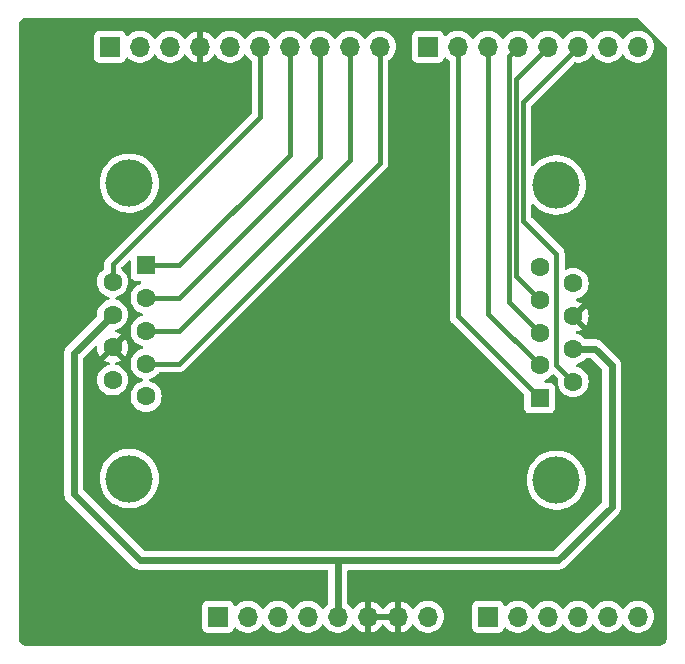
<source format=gbr>
%TF.GenerationSoftware,KiCad,Pcbnew,8.0.7*%
%TF.CreationDate,2025-04-27T16:12:27+01:00*%
%TF.ProjectId,ArduinoAtari,41726475-696e-46f4-9174-6172692e6b69,rev?*%
%TF.SameCoordinates,Original*%
%TF.FileFunction,Copper,L1,Top*%
%TF.FilePolarity,Positive*%
%FSLAX46Y46*%
G04 Gerber Fmt 4.6, Leading zero omitted, Abs format (unit mm)*
G04 Created by KiCad (PCBNEW 8.0.7) date 2025-04-27 16:12:27*
%MOMM*%
%LPD*%
G01*
G04 APERTURE LIST*
%TA.AperFunction,ComponentPad*%
%ADD10R,1.700000X1.700000*%
%TD*%
%TA.AperFunction,ComponentPad*%
%ADD11O,1.700000X1.700000*%
%TD*%
%TA.AperFunction,ComponentPad*%
%ADD12C,4.000000*%
%TD*%
%TA.AperFunction,ComponentPad*%
%ADD13R,1.600000X1.600000*%
%TD*%
%TA.AperFunction,ComponentPad*%
%ADD14C,1.600000*%
%TD*%
%TA.AperFunction,ViaPad*%
%ADD15C,0.600000*%
%TD*%
%TA.AperFunction,Conductor*%
%ADD16C,0.600000*%
%TD*%
%TA.AperFunction,Conductor*%
%ADD17C,0.400000*%
%TD*%
G04 APERTURE END LIST*
D10*
%TO.P,J1,1,Pin_1*%
%TO.N,unconnected-(J1-Pin_1-Pad1)*%
X127940000Y-97460000D03*
D11*
%TO.P,J1,2,Pin_2*%
%TO.N,/IOREF*%
X130480000Y-97460000D03*
%TO.P,J1,3,Pin_3*%
%TO.N,/~{RESET}*%
X133020000Y-97460000D03*
%TO.P,J1,4,Pin_4*%
%TO.N,+3V3*%
X135560000Y-97460000D03*
%TO.P,J1,5,Pin_5*%
%TO.N,+5V*%
X138100000Y-97460000D03*
%TO.P,J1,6,Pin_6*%
%TO.N,GND*%
X140640000Y-97460000D03*
%TO.P,J1,7,Pin_7*%
X143180000Y-97460000D03*
%TO.P,J1,8,Pin_8*%
%TO.N,VCC*%
X145720000Y-97460000D03*
%TD*%
D10*
%TO.P,J3,1,Pin_1*%
%TO.N,/A0*%
X150800000Y-97460000D03*
D11*
%TO.P,J3,2,Pin_2*%
%TO.N,/A1*%
X153340000Y-97460000D03*
%TO.P,J3,3,Pin_3*%
%TO.N,/A2*%
X155880000Y-97460000D03*
%TO.P,J3,4,Pin_4*%
%TO.N,/A3*%
X158420000Y-97460000D03*
%TO.P,J3,5,Pin_5*%
%TO.N,/SDA{slash}A4*%
X160960000Y-97460000D03*
%TO.P,J3,6,Pin_6*%
%TO.N,/SCL{slash}A5*%
X163500000Y-97460000D03*
%TD*%
D10*
%TO.P,J2,1,Pin_1*%
%TO.N,/SCL{slash}A5*%
X118796000Y-49200000D03*
D11*
%TO.P,J2,2,Pin_2*%
%TO.N,/SDA{slash}A4*%
X121336000Y-49200000D03*
%TO.P,J2,3,Pin_3*%
%TO.N,/AREF*%
X123876000Y-49200000D03*
%TO.P,J2,4,Pin_4*%
%TO.N,GND*%
X126416000Y-49200000D03*
%TO.P,J2,5,Pin_5*%
%TO.N,/13*%
X128956000Y-49200000D03*
%TO.P,J2,6,Pin_6*%
%TO.N,/12*%
X131496000Y-49200000D03*
%TO.P,J2,7,Pin_7*%
%TO.N,/\u002A11*%
X134036000Y-49200000D03*
%TO.P,J2,8,Pin_8*%
%TO.N,/\u002A10*%
X136576000Y-49200000D03*
%TO.P,J2,9,Pin_9*%
%TO.N,/\u002A9*%
X139116000Y-49200000D03*
%TO.P,J2,10,Pin_10*%
%TO.N,/8*%
X141656000Y-49200000D03*
%TD*%
D10*
%TO.P,J4,1,Pin_1*%
%TO.N,/7*%
X145720000Y-49200000D03*
D11*
%TO.P,J4,2,Pin_2*%
%TO.N,/\u002A6*%
X148260000Y-49200000D03*
%TO.P,J4,3,Pin_3*%
%TO.N,/\u002A5*%
X150800000Y-49200000D03*
%TO.P,J4,4,Pin_4*%
%TO.N,/4*%
X153340000Y-49200000D03*
%TO.P,J4,5,Pin_5*%
%TO.N,/\u002A3*%
X155880000Y-49200000D03*
%TO.P,J4,6,Pin_6*%
%TO.N,/2*%
X158420000Y-49200000D03*
%TO.P,J4,7,Pin_7*%
%TO.N,/TX{slash}1*%
X160960000Y-49200000D03*
%TO.P,J4,8,Pin_8*%
%TO.N,/RX{slash}0*%
X163500000Y-49200000D03*
%TD*%
D12*
%TO.P,J5,0*%
%TO.N,N/C*%
X120440000Y-60760000D03*
X120440000Y-85760000D03*
D13*
%TO.P,J5,1,1*%
%TO.N,/\u002A11*%
X121860000Y-67720000D03*
D14*
%TO.P,J5,2,2*%
%TO.N,/\u002A10*%
X121860000Y-70490000D03*
%TO.P,J5,3,3*%
%TO.N,/\u002A9*%
X121860000Y-73260000D03*
%TO.P,J5,4,4*%
%TO.N,/8*%
X121860000Y-76030000D03*
%TO.P,J5,5,5*%
%TO.N,/A1*%
X121860000Y-78800000D03*
%TO.P,J5,6,6*%
%TO.N,/12*%
X119020000Y-69105000D03*
%TO.P,J5,7,7*%
%TO.N,+5V*%
X119020000Y-71875000D03*
%TO.P,J5,8,8*%
%TO.N,GND*%
X119020000Y-74645000D03*
%TO.P,J5,9,9*%
%TO.N,/A0*%
X119020000Y-77415000D03*
%TD*%
D12*
%TO.P,J6,0*%
%TO.N,N/C*%
X156600000Y-85900000D03*
X156600000Y-60900000D03*
D13*
%TO.P,J6,1,1*%
%TO.N,/\u002A6*%
X155180000Y-78940000D03*
D14*
%TO.P,J6,2,2*%
%TO.N,/\u002A5*%
X155180000Y-76170000D03*
%TO.P,J6,3,3*%
%TO.N,/4*%
X155180000Y-73400000D03*
%TO.P,J6,4,4*%
%TO.N,/\u002A3*%
X155180000Y-70630000D03*
%TO.P,J6,5,5*%
%TO.N,/A3*%
X155180000Y-67860000D03*
%TO.P,J6,6,6*%
%TO.N,/2*%
X158020000Y-77555000D03*
%TO.P,J6,7,7*%
%TO.N,+5V*%
X158020000Y-74785000D03*
%TO.P,J6,8,8*%
%TO.N,GND*%
X158020000Y-72015000D03*
%TO.P,J6,9,9*%
%TO.N,/A2*%
X158020000Y-69245000D03*
%TD*%
D15*
%TO.N,GND*%
X123180000Y-90920000D03*
X140170000Y-94480000D03*
X135480000Y-94460000D03*
X159220000Y-64740000D03*
X155980000Y-94500000D03*
X144890000Y-94610000D03*
X123120000Y-94460000D03*
X130850000Y-76770000D03*
X144620000Y-65010000D03*
X153150000Y-90810000D03*
X145020000Y-53760000D03*
X164160000Y-83830000D03*
X159310000Y-83720000D03*
X135050000Y-72860000D03*
X159650000Y-52200000D03*
X143550000Y-90930000D03*
X163520000Y-93810000D03*
X124320000Y-59240000D03*
X138210000Y-85230000D03*
X135560000Y-90880000D03*
X143660000Y-81600000D03*
X163980000Y-52200000D03*
%TD*%
D16*
%TO.N,+5V*%
X159885000Y-74785000D02*
X158020000Y-74785000D01*
X161270000Y-88130000D02*
X156720000Y-92680000D01*
X121360000Y-92680000D02*
X115750000Y-87070000D01*
X156720000Y-92680000D02*
X138230000Y-92680000D01*
X138100000Y-97460000D02*
X138100000Y-92810000D01*
X161270000Y-77140000D02*
X161270000Y-76170000D01*
X115750000Y-87070000D02*
X115750000Y-75145000D01*
X115750000Y-75145000D02*
X119020000Y-71875000D01*
X138230000Y-92680000D02*
X121360000Y-92680000D01*
X138100000Y-92810000D02*
X138230000Y-92680000D01*
X161270000Y-76170000D02*
X159885000Y-74785000D01*
X161270000Y-77140000D02*
X161270000Y-88130000D01*
D17*
%TO.N,/12*%
X131496000Y-49200000D02*
X131496000Y-55144000D01*
X131496000Y-55144000D02*
X119020000Y-67620000D01*
X119020000Y-67620000D02*
X119020000Y-69105000D01*
%TO.N,/8*%
X121860000Y-76030000D02*
X124660000Y-76030000D01*
X141656000Y-49200000D02*
X141656000Y-59034000D01*
X124660000Y-76030000D02*
X141656000Y-59034000D01*
%TO.N,/\u002A11*%
X134036000Y-58344000D02*
X134036000Y-49200000D01*
X121860000Y-67720000D02*
X124660000Y-67720000D01*
X124660000Y-67720000D02*
X134036000Y-58344000D01*
%TO.N,/\u002A10*%
X136576000Y-49200000D02*
X136576000Y-58574000D01*
X124660000Y-70490000D02*
X136576000Y-58574000D01*
X121860000Y-70490000D02*
X124660000Y-70490000D01*
%TO.N,/\u002A9*%
X139116000Y-49200000D02*
X139116000Y-58804000D01*
X121860000Y-73260000D02*
X124660000Y-73260000D01*
X124660000Y-73260000D02*
X139116000Y-58804000D01*
%TO.N,/4*%
X152570000Y-70790000D02*
X155180000Y-73400000D01*
X153340000Y-49200000D02*
X152570000Y-49970000D01*
X152570000Y-49970000D02*
X152570000Y-70790000D01*
%TO.N,/2*%
X153770000Y-63920000D02*
X156585000Y-66735000D01*
X156585000Y-76120000D02*
X158020000Y-77555000D01*
X153770000Y-53850000D02*
X153770000Y-63920000D01*
X158420000Y-49200000D02*
X153770000Y-53850000D01*
X156585000Y-66735000D02*
X156585000Y-76120000D01*
%TO.N,/\u002A6*%
X148260000Y-72020000D02*
X155180000Y-78940000D01*
X148260000Y-49200000D02*
X148260000Y-72020000D01*
%TO.N,/\u002A5*%
X150800000Y-49200000D02*
X150800000Y-71790000D01*
X150800000Y-71790000D02*
X155180000Y-76170000D01*
%TO.N,/\u002A3*%
X155880000Y-49200000D02*
X153170000Y-51910000D01*
X153170000Y-68620000D02*
X155180000Y-70630000D01*
X153170000Y-51910000D02*
X153170000Y-68620000D01*
%TD*%
%TA.AperFunction,Conductor*%
%TO.N,GND*%
G36*
X142714075Y-97267007D02*
G01*
X142680000Y-97394174D01*
X142680000Y-97525826D01*
X142714075Y-97652993D01*
X142746988Y-97710000D01*
X141073012Y-97710000D01*
X141105925Y-97652993D01*
X141140000Y-97525826D01*
X141140000Y-97394174D01*
X141105925Y-97267007D01*
X141073012Y-97210000D01*
X142746988Y-97210000D01*
X142714075Y-97267007D01*
G37*
%TD.AperFunction*%
%TA.AperFunction,Conductor*%
G36*
X163484404Y-46755185D02*
G01*
X163505046Y-46771819D01*
X165928181Y-49194954D01*
X165961666Y-49256277D01*
X165964500Y-49282635D01*
X165964500Y-99231907D01*
X165963903Y-99244062D01*
X165952505Y-99359778D01*
X165947763Y-99383618D01*
X165917832Y-99482290D01*
X165915789Y-99489024D01*
X165906486Y-99511482D01*
X165854561Y-99608627D01*
X165841056Y-99628839D01*
X165771176Y-99713988D01*
X165753988Y-99731176D01*
X165668839Y-99801056D01*
X165648627Y-99814561D01*
X165551482Y-99866486D01*
X165529028Y-99875787D01*
X165487028Y-99888528D01*
X165423618Y-99907763D01*
X165399778Y-99912505D01*
X165291162Y-99923203D01*
X165284060Y-99923903D01*
X165271907Y-99924500D01*
X111768093Y-99924500D01*
X111755939Y-99923903D01*
X111747995Y-99923120D01*
X111640221Y-99912505D01*
X111616381Y-99907763D01*
X111599445Y-99902625D01*
X111510968Y-99875786D01*
X111488517Y-99866486D01*
X111391372Y-99814561D01*
X111371160Y-99801056D01*
X111286011Y-99731176D01*
X111268823Y-99713988D01*
X111198943Y-99628839D01*
X111185438Y-99608627D01*
X111133510Y-99511476D01*
X111124215Y-99489037D01*
X111092234Y-99383612D01*
X111087494Y-99359777D01*
X111076097Y-99244061D01*
X111075500Y-99231907D01*
X111075500Y-75065365D01*
X114941500Y-75065365D01*
X114941500Y-87149634D01*
X114972568Y-87305823D01*
X114972570Y-87305831D01*
X114990309Y-87348656D01*
X115033517Y-87452971D01*
X115121996Y-87585388D01*
X115121999Y-87585392D01*
X120844610Y-93308003D01*
X120977026Y-93396480D01*
X120977032Y-93396484D01*
X121005761Y-93408383D01*
X121050602Y-93426957D01*
X121124169Y-93457430D01*
X121280365Y-93488499D01*
X121280369Y-93488500D01*
X121280370Y-93488500D01*
X137167500Y-93488500D01*
X137234539Y-93508185D01*
X137280294Y-93560989D01*
X137291500Y-93612500D01*
X137291500Y-96307167D01*
X137271815Y-96374206D01*
X137243664Y-96405019D01*
X137176763Y-96457091D01*
X137176756Y-96457097D01*
X137024284Y-96622723D01*
X137024276Y-96622734D01*
X136933808Y-96761206D01*
X136880662Y-96806562D01*
X136811431Y-96815986D01*
X136748095Y-96786484D01*
X136726192Y-96761206D01*
X136635723Y-96622734D01*
X136635715Y-96622723D01*
X136483243Y-96457097D01*
X136483238Y-96457092D01*
X136305577Y-96318812D01*
X136305572Y-96318808D01*
X136107580Y-96211661D01*
X136107577Y-96211659D01*
X136107574Y-96211658D01*
X136107571Y-96211657D01*
X136107569Y-96211656D01*
X135894637Y-96138556D01*
X135672569Y-96101500D01*
X135447431Y-96101500D01*
X135225362Y-96138556D01*
X135012430Y-96211656D01*
X135012419Y-96211661D01*
X134814427Y-96318808D01*
X134814422Y-96318812D01*
X134636761Y-96457092D01*
X134636756Y-96457097D01*
X134484284Y-96622723D01*
X134484276Y-96622734D01*
X134393808Y-96761206D01*
X134340662Y-96806562D01*
X134271431Y-96815986D01*
X134208095Y-96786484D01*
X134186192Y-96761206D01*
X134095723Y-96622734D01*
X134095715Y-96622723D01*
X133943243Y-96457097D01*
X133943238Y-96457092D01*
X133765577Y-96318812D01*
X133765572Y-96318808D01*
X133567580Y-96211661D01*
X133567577Y-96211659D01*
X133567574Y-96211658D01*
X133567571Y-96211657D01*
X133567569Y-96211656D01*
X133354637Y-96138556D01*
X133132569Y-96101500D01*
X132907431Y-96101500D01*
X132685362Y-96138556D01*
X132472430Y-96211656D01*
X132472419Y-96211661D01*
X132274427Y-96318808D01*
X132274422Y-96318812D01*
X132096761Y-96457092D01*
X132096756Y-96457097D01*
X131944284Y-96622723D01*
X131944276Y-96622734D01*
X131853808Y-96761206D01*
X131800662Y-96806562D01*
X131731431Y-96815986D01*
X131668095Y-96786484D01*
X131646192Y-96761206D01*
X131555723Y-96622734D01*
X131555715Y-96622723D01*
X131403243Y-96457097D01*
X131403238Y-96457092D01*
X131225577Y-96318812D01*
X131225572Y-96318808D01*
X131027580Y-96211661D01*
X131027577Y-96211659D01*
X131027574Y-96211658D01*
X131027571Y-96211657D01*
X131027569Y-96211656D01*
X130814637Y-96138556D01*
X130592569Y-96101500D01*
X130367431Y-96101500D01*
X130145362Y-96138556D01*
X129932430Y-96211656D01*
X129932419Y-96211661D01*
X129734427Y-96318808D01*
X129734422Y-96318812D01*
X129556761Y-96457092D01*
X129493548Y-96525760D01*
X129433661Y-96561750D01*
X129363823Y-96559649D01*
X129306207Y-96520124D01*
X129286138Y-96485110D01*
X129240889Y-96363796D01*
X129240888Y-96363795D01*
X129153261Y-96246739D01*
X129036204Y-96159111D01*
X128899203Y-96108011D01*
X128838654Y-96101500D01*
X128838638Y-96101500D01*
X127041362Y-96101500D01*
X127041345Y-96101500D01*
X126980797Y-96108011D01*
X126980795Y-96108011D01*
X126843795Y-96159111D01*
X126726739Y-96246739D01*
X126639111Y-96363795D01*
X126588011Y-96500795D01*
X126588011Y-96500797D01*
X126581500Y-96561345D01*
X126581500Y-98358654D01*
X126588011Y-98419202D01*
X126588011Y-98419204D01*
X126639111Y-98556204D01*
X126726739Y-98673261D01*
X126843796Y-98760889D01*
X126980799Y-98811989D01*
X127008050Y-98814918D01*
X127041345Y-98818499D01*
X127041362Y-98818500D01*
X128838638Y-98818500D01*
X128838654Y-98818499D01*
X128865692Y-98815591D01*
X128899201Y-98811989D01*
X129036204Y-98760889D01*
X129153261Y-98673261D01*
X129240889Y-98556204D01*
X129286138Y-98434887D01*
X129328009Y-98378956D01*
X129393474Y-98354539D01*
X129461746Y-98369391D01*
X129493545Y-98394236D01*
X129556760Y-98462906D01*
X129734424Y-98601189D01*
X129734425Y-98601189D01*
X129734427Y-98601191D01*
X129794314Y-98633600D01*
X129932426Y-98708342D01*
X130145365Y-98781444D01*
X130367431Y-98818500D01*
X130592569Y-98818500D01*
X130814635Y-98781444D01*
X131027574Y-98708342D01*
X131225576Y-98601189D01*
X131403240Y-98462906D01*
X131524594Y-98331082D01*
X131555715Y-98297276D01*
X131555715Y-98297275D01*
X131555722Y-98297268D01*
X131646193Y-98158790D01*
X131699338Y-98113437D01*
X131768569Y-98104013D01*
X131831905Y-98133515D01*
X131853804Y-98158787D01*
X131944278Y-98297268D01*
X131944283Y-98297273D01*
X131944284Y-98297276D01*
X132070968Y-98434889D01*
X132096760Y-98462906D01*
X132274424Y-98601189D01*
X132274425Y-98601189D01*
X132274427Y-98601191D01*
X132334314Y-98633600D01*
X132472426Y-98708342D01*
X132685365Y-98781444D01*
X132907431Y-98818500D01*
X133132569Y-98818500D01*
X133354635Y-98781444D01*
X133567574Y-98708342D01*
X133765576Y-98601189D01*
X133943240Y-98462906D01*
X134064594Y-98331082D01*
X134095715Y-98297276D01*
X134095715Y-98297275D01*
X134095722Y-98297268D01*
X134186193Y-98158790D01*
X134239338Y-98113437D01*
X134308569Y-98104013D01*
X134371905Y-98133515D01*
X134393804Y-98158787D01*
X134484278Y-98297268D01*
X134484283Y-98297273D01*
X134484284Y-98297276D01*
X134610968Y-98434889D01*
X134636760Y-98462906D01*
X134814424Y-98601189D01*
X134814425Y-98601189D01*
X134814427Y-98601191D01*
X134874314Y-98633600D01*
X135012426Y-98708342D01*
X135225365Y-98781444D01*
X135447431Y-98818500D01*
X135672569Y-98818500D01*
X135894635Y-98781444D01*
X136107574Y-98708342D01*
X136305576Y-98601189D01*
X136483240Y-98462906D01*
X136604594Y-98331082D01*
X136635715Y-98297276D01*
X136635715Y-98297275D01*
X136635722Y-98297268D01*
X136726193Y-98158790D01*
X136779338Y-98113437D01*
X136848569Y-98104013D01*
X136911905Y-98133515D01*
X136933804Y-98158787D01*
X137024278Y-98297268D01*
X137024283Y-98297273D01*
X137024284Y-98297276D01*
X137150968Y-98434889D01*
X137176760Y-98462906D01*
X137354424Y-98601189D01*
X137354425Y-98601189D01*
X137354427Y-98601191D01*
X137414314Y-98633600D01*
X137552426Y-98708342D01*
X137765365Y-98781444D01*
X137987431Y-98818500D01*
X138212569Y-98818500D01*
X138434635Y-98781444D01*
X138647574Y-98708342D01*
X138845576Y-98601189D01*
X139023240Y-98462906D01*
X139144594Y-98331082D01*
X139175715Y-98297276D01*
X139175715Y-98297275D01*
X139175722Y-98297268D01*
X139269749Y-98153347D01*
X139322894Y-98107994D01*
X139392125Y-98098570D01*
X139455461Y-98128072D01*
X139475130Y-98150048D01*
X139601890Y-98331078D01*
X139768917Y-98498105D01*
X139962421Y-98633600D01*
X140176507Y-98733429D01*
X140176516Y-98733433D01*
X140390000Y-98790634D01*
X140390000Y-97893012D01*
X140447007Y-97925925D01*
X140574174Y-97960000D01*
X140705826Y-97960000D01*
X140832993Y-97925925D01*
X140890000Y-97893012D01*
X140890000Y-98790633D01*
X141103483Y-98733433D01*
X141103492Y-98733429D01*
X141317578Y-98633600D01*
X141511082Y-98498105D01*
X141678105Y-98331082D01*
X141808425Y-98144968D01*
X141863002Y-98101344D01*
X141932501Y-98094151D01*
X141994855Y-98125673D01*
X142011575Y-98144968D01*
X142141894Y-98331082D01*
X142308917Y-98498105D01*
X142502421Y-98633600D01*
X142716507Y-98733429D01*
X142716516Y-98733433D01*
X142930000Y-98790634D01*
X142930000Y-97893012D01*
X142987007Y-97925925D01*
X143114174Y-97960000D01*
X143245826Y-97960000D01*
X143372993Y-97925925D01*
X143430000Y-97893012D01*
X143430000Y-98790633D01*
X143643483Y-98733433D01*
X143643492Y-98733429D01*
X143857578Y-98633600D01*
X144051082Y-98498105D01*
X144218105Y-98331082D01*
X144344868Y-98150048D01*
X144399445Y-98106423D01*
X144468944Y-98099231D01*
X144531298Y-98130753D01*
X144550251Y-98153350D01*
X144644276Y-98297265D01*
X144644284Y-98297276D01*
X144770968Y-98434889D01*
X144796760Y-98462906D01*
X144974424Y-98601189D01*
X144974425Y-98601189D01*
X144974427Y-98601191D01*
X145034314Y-98633600D01*
X145172426Y-98708342D01*
X145385365Y-98781444D01*
X145607431Y-98818500D01*
X145832569Y-98818500D01*
X146054635Y-98781444D01*
X146267574Y-98708342D01*
X146465576Y-98601189D01*
X146643240Y-98462906D01*
X146764594Y-98331082D01*
X146795715Y-98297276D01*
X146795717Y-98297273D01*
X146795722Y-98297268D01*
X146918860Y-98108791D01*
X147009296Y-97902616D01*
X147064564Y-97684368D01*
X147067164Y-97652993D01*
X147083156Y-97460005D01*
X147083156Y-97459994D01*
X147064565Y-97235640D01*
X147064563Y-97235628D01*
X147009296Y-97017385D01*
X146999071Y-96994075D01*
X146918860Y-96811209D01*
X146902706Y-96786484D01*
X146795723Y-96622734D01*
X146795715Y-96622723D01*
X146739212Y-96561345D01*
X149441500Y-96561345D01*
X149441500Y-98358654D01*
X149448011Y-98419202D01*
X149448011Y-98419204D01*
X149499111Y-98556204D01*
X149586739Y-98673261D01*
X149703796Y-98760889D01*
X149840799Y-98811989D01*
X149868050Y-98814918D01*
X149901345Y-98818499D01*
X149901362Y-98818500D01*
X151698638Y-98818500D01*
X151698654Y-98818499D01*
X151725692Y-98815591D01*
X151759201Y-98811989D01*
X151896204Y-98760889D01*
X152013261Y-98673261D01*
X152100889Y-98556204D01*
X152146138Y-98434887D01*
X152188009Y-98378956D01*
X152253474Y-98354539D01*
X152321746Y-98369391D01*
X152353545Y-98394236D01*
X152416760Y-98462906D01*
X152594424Y-98601189D01*
X152594425Y-98601189D01*
X152594427Y-98601191D01*
X152654314Y-98633600D01*
X152792426Y-98708342D01*
X153005365Y-98781444D01*
X153227431Y-98818500D01*
X153452569Y-98818500D01*
X153674635Y-98781444D01*
X153887574Y-98708342D01*
X154085576Y-98601189D01*
X154263240Y-98462906D01*
X154384594Y-98331082D01*
X154415715Y-98297276D01*
X154415715Y-98297275D01*
X154415722Y-98297268D01*
X154506193Y-98158790D01*
X154559338Y-98113437D01*
X154628569Y-98104013D01*
X154691905Y-98133515D01*
X154713804Y-98158787D01*
X154804278Y-98297268D01*
X154804283Y-98297273D01*
X154804284Y-98297276D01*
X154930968Y-98434889D01*
X154956760Y-98462906D01*
X155134424Y-98601189D01*
X155134425Y-98601189D01*
X155134427Y-98601191D01*
X155194314Y-98633600D01*
X155332426Y-98708342D01*
X155545365Y-98781444D01*
X155767431Y-98818500D01*
X155992569Y-98818500D01*
X156214635Y-98781444D01*
X156427574Y-98708342D01*
X156625576Y-98601189D01*
X156803240Y-98462906D01*
X156924594Y-98331082D01*
X156955715Y-98297276D01*
X156955715Y-98297275D01*
X156955722Y-98297268D01*
X157046193Y-98158790D01*
X157099338Y-98113437D01*
X157168569Y-98104013D01*
X157231905Y-98133515D01*
X157253804Y-98158787D01*
X157344278Y-98297268D01*
X157344283Y-98297273D01*
X157344284Y-98297276D01*
X157470968Y-98434889D01*
X157496760Y-98462906D01*
X157674424Y-98601189D01*
X157674425Y-98601189D01*
X157674427Y-98601191D01*
X157734314Y-98633600D01*
X157872426Y-98708342D01*
X158085365Y-98781444D01*
X158307431Y-98818500D01*
X158532569Y-98818500D01*
X158754635Y-98781444D01*
X158967574Y-98708342D01*
X159165576Y-98601189D01*
X159343240Y-98462906D01*
X159464594Y-98331082D01*
X159495715Y-98297276D01*
X159495715Y-98297275D01*
X159495722Y-98297268D01*
X159586193Y-98158790D01*
X159639338Y-98113437D01*
X159708569Y-98104013D01*
X159771905Y-98133515D01*
X159793804Y-98158787D01*
X159884278Y-98297268D01*
X159884283Y-98297273D01*
X159884284Y-98297276D01*
X160010968Y-98434889D01*
X160036760Y-98462906D01*
X160214424Y-98601189D01*
X160214425Y-98601189D01*
X160214427Y-98601191D01*
X160274314Y-98633600D01*
X160412426Y-98708342D01*
X160625365Y-98781444D01*
X160847431Y-98818500D01*
X161072569Y-98818500D01*
X161294635Y-98781444D01*
X161507574Y-98708342D01*
X161705576Y-98601189D01*
X161883240Y-98462906D01*
X162004594Y-98331082D01*
X162035715Y-98297276D01*
X162035715Y-98297275D01*
X162035722Y-98297268D01*
X162126193Y-98158790D01*
X162179338Y-98113437D01*
X162248569Y-98104013D01*
X162311905Y-98133515D01*
X162333804Y-98158787D01*
X162424278Y-98297268D01*
X162424283Y-98297273D01*
X162424284Y-98297276D01*
X162550968Y-98434889D01*
X162576760Y-98462906D01*
X162754424Y-98601189D01*
X162754425Y-98601189D01*
X162754427Y-98601191D01*
X162814314Y-98633600D01*
X162952426Y-98708342D01*
X163165365Y-98781444D01*
X163387431Y-98818500D01*
X163612569Y-98818500D01*
X163834635Y-98781444D01*
X164047574Y-98708342D01*
X164245576Y-98601189D01*
X164423240Y-98462906D01*
X164544594Y-98331082D01*
X164575715Y-98297276D01*
X164575717Y-98297273D01*
X164575722Y-98297268D01*
X164698860Y-98108791D01*
X164789296Y-97902616D01*
X164844564Y-97684368D01*
X164847164Y-97652993D01*
X164863156Y-97460005D01*
X164863156Y-97459994D01*
X164844565Y-97235640D01*
X164844563Y-97235628D01*
X164789296Y-97017385D01*
X164779071Y-96994075D01*
X164698860Y-96811209D01*
X164682706Y-96786484D01*
X164575723Y-96622734D01*
X164575715Y-96622723D01*
X164423243Y-96457097D01*
X164423238Y-96457092D01*
X164245577Y-96318812D01*
X164245572Y-96318808D01*
X164047580Y-96211661D01*
X164047577Y-96211659D01*
X164047574Y-96211658D01*
X164047571Y-96211657D01*
X164047569Y-96211656D01*
X163834637Y-96138556D01*
X163612569Y-96101500D01*
X163387431Y-96101500D01*
X163165362Y-96138556D01*
X162952430Y-96211656D01*
X162952419Y-96211661D01*
X162754427Y-96318808D01*
X162754422Y-96318812D01*
X162576761Y-96457092D01*
X162576756Y-96457097D01*
X162424284Y-96622723D01*
X162424276Y-96622734D01*
X162333808Y-96761206D01*
X162280662Y-96806562D01*
X162211431Y-96815986D01*
X162148095Y-96786484D01*
X162126192Y-96761206D01*
X162035723Y-96622734D01*
X162035715Y-96622723D01*
X161883243Y-96457097D01*
X161883238Y-96457092D01*
X161705577Y-96318812D01*
X161705572Y-96318808D01*
X161507580Y-96211661D01*
X161507577Y-96211659D01*
X161507574Y-96211658D01*
X161507571Y-96211657D01*
X161507569Y-96211656D01*
X161294637Y-96138556D01*
X161072569Y-96101500D01*
X160847431Y-96101500D01*
X160625362Y-96138556D01*
X160412430Y-96211656D01*
X160412419Y-96211661D01*
X160214427Y-96318808D01*
X160214422Y-96318812D01*
X160036761Y-96457092D01*
X160036756Y-96457097D01*
X159884284Y-96622723D01*
X159884276Y-96622734D01*
X159793808Y-96761206D01*
X159740662Y-96806562D01*
X159671431Y-96815986D01*
X159608095Y-96786484D01*
X159586192Y-96761206D01*
X159495723Y-96622734D01*
X159495715Y-96622723D01*
X159343243Y-96457097D01*
X159343238Y-96457092D01*
X159165577Y-96318812D01*
X159165572Y-96318808D01*
X158967580Y-96211661D01*
X158967577Y-96211659D01*
X158967574Y-96211658D01*
X158967571Y-96211657D01*
X158967569Y-96211656D01*
X158754637Y-96138556D01*
X158532569Y-96101500D01*
X158307431Y-96101500D01*
X158085362Y-96138556D01*
X157872430Y-96211656D01*
X157872419Y-96211661D01*
X157674427Y-96318808D01*
X157674422Y-96318812D01*
X157496761Y-96457092D01*
X157496756Y-96457097D01*
X157344284Y-96622723D01*
X157344276Y-96622734D01*
X157253808Y-96761206D01*
X157200662Y-96806562D01*
X157131431Y-96815986D01*
X157068095Y-96786484D01*
X157046192Y-96761206D01*
X156955723Y-96622734D01*
X156955715Y-96622723D01*
X156803243Y-96457097D01*
X156803238Y-96457092D01*
X156625577Y-96318812D01*
X156625572Y-96318808D01*
X156427580Y-96211661D01*
X156427577Y-96211659D01*
X156427574Y-96211658D01*
X156427571Y-96211657D01*
X156427569Y-96211656D01*
X156214637Y-96138556D01*
X155992569Y-96101500D01*
X155767431Y-96101500D01*
X155545362Y-96138556D01*
X155332430Y-96211656D01*
X155332419Y-96211661D01*
X155134427Y-96318808D01*
X155134422Y-96318812D01*
X154956761Y-96457092D01*
X154956756Y-96457097D01*
X154804284Y-96622723D01*
X154804276Y-96622734D01*
X154713808Y-96761206D01*
X154660662Y-96806562D01*
X154591431Y-96815986D01*
X154528095Y-96786484D01*
X154506192Y-96761206D01*
X154415723Y-96622734D01*
X154415715Y-96622723D01*
X154263243Y-96457097D01*
X154263238Y-96457092D01*
X154085577Y-96318812D01*
X154085572Y-96318808D01*
X153887580Y-96211661D01*
X153887577Y-96211659D01*
X153887574Y-96211658D01*
X153887571Y-96211657D01*
X153887569Y-96211656D01*
X153674637Y-96138556D01*
X153452569Y-96101500D01*
X153227431Y-96101500D01*
X153005362Y-96138556D01*
X152792430Y-96211656D01*
X152792419Y-96211661D01*
X152594427Y-96318808D01*
X152594422Y-96318812D01*
X152416761Y-96457092D01*
X152353548Y-96525760D01*
X152293661Y-96561750D01*
X152223823Y-96559649D01*
X152166207Y-96520124D01*
X152146138Y-96485110D01*
X152100889Y-96363796D01*
X152100888Y-96363795D01*
X152013261Y-96246739D01*
X151896204Y-96159111D01*
X151759203Y-96108011D01*
X151698654Y-96101500D01*
X151698638Y-96101500D01*
X149901362Y-96101500D01*
X149901345Y-96101500D01*
X149840797Y-96108011D01*
X149840795Y-96108011D01*
X149703795Y-96159111D01*
X149586739Y-96246739D01*
X149499111Y-96363795D01*
X149448011Y-96500795D01*
X149448011Y-96500797D01*
X149441500Y-96561345D01*
X146739212Y-96561345D01*
X146643243Y-96457097D01*
X146643238Y-96457092D01*
X146465577Y-96318812D01*
X146465572Y-96318808D01*
X146267580Y-96211661D01*
X146267577Y-96211659D01*
X146267574Y-96211658D01*
X146267571Y-96211657D01*
X146267569Y-96211656D01*
X146054637Y-96138556D01*
X145832569Y-96101500D01*
X145607431Y-96101500D01*
X145385362Y-96138556D01*
X145172430Y-96211656D01*
X145172419Y-96211661D01*
X144974427Y-96318808D01*
X144974422Y-96318812D01*
X144796761Y-96457092D01*
X144796756Y-96457097D01*
X144644284Y-96622723D01*
X144644276Y-96622734D01*
X144550251Y-96766650D01*
X144497105Y-96812007D01*
X144427873Y-96821430D01*
X144364538Y-96791928D01*
X144344868Y-96769951D01*
X144218113Y-96588926D01*
X144218108Y-96588920D01*
X144051082Y-96421894D01*
X143857578Y-96286399D01*
X143643492Y-96186570D01*
X143643486Y-96186567D01*
X143430000Y-96129364D01*
X143430000Y-97026988D01*
X143372993Y-96994075D01*
X143245826Y-96960000D01*
X143114174Y-96960000D01*
X142987007Y-96994075D01*
X142930000Y-97026988D01*
X142930000Y-96129364D01*
X142929999Y-96129364D01*
X142716513Y-96186567D01*
X142716507Y-96186570D01*
X142502422Y-96286399D01*
X142502420Y-96286400D01*
X142308926Y-96421886D01*
X142308920Y-96421891D01*
X142141891Y-96588920D01*
X142141890Y-96588922D01*
X142011575Y-96775031D01*
X141956998Y-96818655D01*
X141887499Y-96825848D01*
X141825145Y-96794326D01*
X141808425Y-96775031D01*
X141678109Y-96588922D01*
X141678108Y-96588920D01*
X141511082Y-96421894D01*
X141317578Y-96286399D01*
X141103492Y-96186570D01*
X141103486Y-96186567D01*
X140890000Y-96129364D01*
X140890000Y-97026988D01*
X140832993Y-96994075D01*
X140705826Y-96960000D01*
X140574174Y-96960000D01*
X140447007Y-96994075D01*
X140390000Y-97026988D01*
X140390000Y-96129364D01*
X140389999Y-96129364D01*
X140176513Y-96186567D01*
X140176507Y-96186570D01*
X139962422Y-96286399D01*
X139962420Y-96286400D01*
X139768926Y-96421886D01*
X139768920Y-96421891D01*
X139601891Y-96588920D01*
X139601890Y-96588922D01*
X139475131Y-96769952D01*
X139420554Y-96813577D01*
X139351055Y-96820769D01*
X139288701Y-96789247D01*
X139269752Y-96766656D01*
X139175722Y-96622732D01*
X139175715Y-96622725D01*
X139175715Y-96622723D01*
X139023243Y-96457097D01*
X139023241Y-96457096D01*
X139023240Y-96457094D01*
X138978012Y-96421891D01*
X138956336Y-96405019D01*
X138915524Y-96348309D01*
X138908500Y-96307167D01*
X138908500Y-93612500D01*
X138928185Y-93545461D01*
X138980989Y-93499706D01*
X139032500Y-93488500D01*
X156799631Y-93488500D01*
X156799632Y-93488499D01*
X156955831Y-93457430D01*
X157029399Y-93426956D01*
X157102968Y-93396484D01*
X157235389Y-93308003D01*
X161898003Y-88645389D01*
X161986484Y-88512968D01*
X162016956Y-88439399D01*
X162047430Y-88365831D01*
X162078500Y-88209630D01*
X162078500Y-77060370D01*
X162078500Y-76090370D01*
X162047430Y-75934169D01*
X162029578Y-75891073D01*
X162016956Y-75860599D01*
X162016956Y-75860598D01*
X161986487Y-75787039D01*
X161986486Y-75787038D01*
X161986484Y-75787032D01*
X161944384Y-75724025D01*
X161898003Y-75654610D01*
X160400392Y-74156999D01*
X160400388Y-74156996D01*
X160267974Y-74068519D01*
X160267970Y-74068517D01*
X160267968Y-74068516D01*
X160194399Y-74038043D01*
X160194397Y-74038042D01*
X160194396Y-74038041D01*
X160120831Y-74007570D01*
X160120823Y-74007568D01*
X159964634Y-73976500D01*
X159964630Y-73976500D01*
X159113360Y-73976500D01*
X159046321Y-73956815D01*
X159025679Y-73940181D01*
X158864304Y-73778806D01*
X158864300Y-73778802D01*
X158676749Y-73647477D01*
X158635167Y-73628087D01*
X158469249Y-73550718D01*
X158469237Y-73550714D01*
X158337350Y-73515375D01*
X158277690Y-73479010D01*
X158247161Y-73416163D01*
X158255456Y-73346787D01*
X158299941Y-73292909D01*
X158337351Y-73275825D01*
X158466317Y-73241269D01*
X158466331Y-73241264D01*
X158672478Y-73145136D01*
X158745471Y-73094024D01*
X158149409Y-72497962D01*
X158212993Y-72480925D01*
X158327007Y-72415099D01*
X158420099Y-72322007D01*
X158485925Y-72207993D01*
X158502962Y-72144409D01*
X159099024Y-72740471D01*
X159150136Y-72667478D01*
X159246264Y-72461331D01*
X159246269Y-72461317D01*
X159305139Y-72241610D01*
X159305141Y-72241599D01*
X159324966Y-72015002D01*
X159324966Y-72014997D01*
X159305141Y-71788400D01*
X159305139Y-71788389D01*
X159246269Y-71568682D01*
X159246264Y-71568668D01*
X159150136Y-71362521D01*
X159150132Y-71362513D01*
X159099025Y-71289526D01*
X158502962Y-71885589D01*
X158485925Y-71822007D01*
X158420099Y-71707993D01*
X158327007Y-71614901D01*
X158212993Y-71549075D01*
X158149408Y-71532037D01*
X158745472Y-70935974D01*
X158672478Y-70884863D01*
X158466331Y-70788735D01*
X158466320Y-70788731D01*
X158337350Y-70754174D01*
X158277690Y-70717809D01*
X158247161Y-70654962D01*
X158255456Y-70585586D01*
X158299941Y-70531708D01*
X158337347Y-70514625D01*
X158469243Y-70479284D01*
X158676749Y-70382523D01*
X158864300Y-70251198D01*
X159026198Y-70089300D01*
X159157523Y-69901749D01*
X159254284Y-69694243D01*
X159313543Y-69473087D01*
X159331759Y-69264882D01*
X159333498Y-69245001D01*
X159333498Y-69244998D01*
X159326949Y-69170147D01*
X159313543Y-69016913D01*
X159254284Y-68795757D01*
X159157523Y-68588251D01*
X159026198Y-68400700D01*
X158864300Y-68238802D01*
X158676749Y-68107477D01*
X158658152Y-68098805D01*
X158469249Y-68010718D01*
X158469238Y-68010714D01*
X158248089Y-67951457D01*
X158248081Y-67951456D01*
X158020002Y-67931502D01*
X158019998Y-67931502D01*
X157791918Y-67951456D01*
X157791910Y-67951457D01*
X157570761Y-68010714D01*
X157570759Y-68010715D01*
X157469904Y-68057744D01*
X157400826Y-68068235D01*
X157337042Y-68039714D01*
X157298803Y-67981237D01*
X157293500Y-67945361D01*
X157293500Y-66665218D01*
X157285642Y-66625717D01*
X157285642Y-66625716D01*
X157266273Y-66528339D01*
X157212865Y-66399399D01*
X157212863Y-66399397D01*
X157212863Y-66399395D01*
X157135328Y-66283357D01*
X157135325Y-66283353D01*
X154514819Y-63662847D01*
X154481334Y-63601524D01*
X154478500Y-63575166D01*
X154478500Y-62615342D01*
X154498185Y-62548303D01*
X154550989Y-62502548D01*
X154620147Y-62492604D01*
X154683703Y-62521629D01*
X154698040Y-62536297D01*
X154763432Y-62615342D01*
X154767772Y-62620588D01*
X154997858Y-62836652D01*
X154997868Y-62836660D01*
X155253209Y-63022176D01*
X155253214Y-63022178D01*
X155253221Y-63022184D01*
X155529821Y-63174247D01*
X155529826Y-63174249D01*
X155529828Y-63174250D01*
X155529829Y-63174251D01*
X155823294Y-63290442D01*
X155823297Y-63290443D01*
X156129021Y-63368939D01*
X156129025Y-63368940D01*
X156194717Y-63377238D01*
X156442167Y-63408499D01*
X156442176Y-63408499D01*
X156442179Y-63408500D01*
X156442181Y-63408500D01*
X156757819Y-63408500D01*
X156757821Y-63408500D01*
X156757824Y-63408499D01*
X156757832Y-63408499D01*
X156944692Y-63384892D01*
X157070975Y-63368940D01*
X157376702Y-63290443D01*
X157432124Y-63268500D01*
X157670170Y-63174251D01*
X157670171Y-63174250D01*
X157670169Y-63174250D01*
X157670179Y-63174247D01*
X157946779Y-63022184D01*
X158202140Y-62836654D01*
X158432233Y-62620582D01*
X158633432Y-62377375D01*
X158802562Y-62110869D01*
X158936956Y-61825266D01*
X159034495Y-61525072D01*
X159093641Y-61215020D01*
X159102450Y-61075012D01*
X159113460Y-60900005D01*
X159113460Y-60899994D01*
X159093642Y-60584987D01*
X159093641Y-60584980D01*
X159034495Y-60274928D01*
X158936956Y-59974734D01*
X158802562Y-59689131D01*
X158802557Y-59689123D01*
X158633438Y-59422634D01*
X158633436Y-59422632D01*
X158633432Y-59422625D01*
X158432233Y-59179418D01*
X158432232Y-59179417D01*
X158432227Y-59179411D01*
X158202141Y-58963347D01*
X158202131Y-58963339D01*
X157946790Y-58777823D01*
X157946783Y-58777818D01*
X157946779Y-58777816D01*
X157670179Y-58625753D01*
X157670176Y-58625751D01*
X157670171Y-58625749D01*
X157670170Y-58625748D01*
X157376705Y-58509557D01*
X157376702Y-58509556D01*
X157070978Y-58431060D01*
X157070965Y-58431058D01*
X156757832Y-58391500D01*
X156757821Y-58391500D01*
X156442179Y-58391500D01*
X156442167Y-58391500D01*
X156129034Y-58431058D01*
X156129021Y-58431060D01*
X155823297Y-58509556D01*
X155823294Y-58509557D01*
X155529829Y-58625748D01*
X155529828Y-58625749D01*
X155253221Y-58777816D01*
X155253209Y-58777823D01*
X154997868Y-58963339D01*
X154997858Y-58963347D01*
X154767772Y-59179411D01*
X154726325Y-59229511D01*
X154698042Y-59263699D01*
X154640144Y-59302806D01*
X154570292Y-59304402D01*
X154510667Y-59267980D01*
X154480197Y-59205104D01*
X154478500Y-59184658D01*
X154478500Y-54194832D01*
X154498185Y-54127793D01*
X154514814Y-54107156D01*
X158053226Y-50568743D01*
X158114547Y-50535260D01*
X158161311Y-50534117D01*
X158307431Y-50558500D01*
X158307432Y-50558500D01*
X158532569Y-50558500D01*
X158754635Y-50521444D01*
X158967574Y-50448342D01*
X159165576Y-50341189D01*
X159343240Y-50202906D01*
X159464594Y-50071082D01*
X159495715Y-50037276D01*
X159495715Y-50037275D01*
X159495722Y-50037268D01*
X159586193Y-49898790D01*
X159639338Y-49853437D01*
X159708569Y-49844013D01*
X159771905Y-49873515D01*
X159793804Y-49898787D01*
X159884278Y-50037268D01*
X159884283Y-50037273D01*
X159884284Y-50037276D01*
X160036756Y-50202902D01*
X160036761Y-50202907D01*
X160036766Y-50202911D01*
X160214424Y-50341189D01*
X160214425Y-50341189D01*
X160214427Y-50341191D01*
X160251499Y-50361253D01*
X160412426Y-50448342D01*
X160625365Y-50521444D01*
X160847431Y-50558500D01*
X161072569Y-50558500D01*
X161294635Y-50521444D01*
X161507574Y-50448342D01*
X161705576Y-50341189D01*
X161883240Y-50202906D01*
X162004594Y-50071082D01*
X162035715Y-50037276D01*
X162035715Y-50037275D01*
X162035722Y-50037268D01*
X162126193Y-49898790D01*
X162179338Y-49853437D01*
X162248569Y-49844013D01*
X162311905Y-49873515D01*
X162333804Y-49898787D01*
X162424278Y-50037268D01*
X162424283Y-50037273D01*
X162424284Y-50037276D01*
X162576756Y-50202902D01*
X162576761Y-50202907D01*
X162576766Y-50202911D01*
X162754424Y-50341189D01*
X162754425Y-50341189D01*
X162754427Y-50341191D01*
X162791499Y-50361253D01*
X162952426Y-50448342D01*
X163165365Y-50521444D01*
X163387431Y-50558500D01*
X163612569Y-50558500D01*
X163834635Y-50521444D01*
X164047574Y-50448342D01*
X164245576Y-50341189D01*
X164423240Y-50202906D01*
X164544594Y-50071082D01*
X164575715Y-50037276D01*
X164575717Y-50037273D01*
X164575722Y-50037268D01*
X164698860Y-49848791D01*
X164789296Y-49642616D01*
X164844564Y-49424368D01*
X164856309Y-49282635D01*
X164863156Y-49200005D01*
X164863156Y-49199994D01*
X164844565Y-48975640D01*
X164844563Y-48975628D01*
X164789296Y-48757385D01*
X164779071Y-48734075D01*
X164698860Y-48551209D01*
X164682706Y-48526484D01*
X164575723Y-48362734D01*
X164575715Y-48362723D01*
X164423243Y-48197097D01*
X164423238Y-48197092D01*
X164245577Y-48058812D01*
X164245572Y-48058808D01*
X164047580Y-47951661D01*
X164047577Y-47951659D01*
X164047574Y-47951658D01*
X164047571Y-47951657D01*
X164047569Y-47951656D01*
X163834637Y-47878556D01*
X163612569Y-47841500D01*
X163387431Y-47841500D01*
X163165362Y-47878556D01*
X162952430Y-47951656D01*
X162952419Y-47951661D01*
X162754427Y-48058808D01*
X162754422Y-48058812D01*
X162576761Y-48197092D01*
X162576756Y-48197097D01*
X162424284Y-48362723D01*
X162424276Y-48362734D01*
X162333808Y-48501206D01*
X162280662Y-48546562D01*
X162211431Y-48555986D01*
X162148095Y-48526484D01*
X162126192Y-48501206D01*
X162035723Y-48362734D01*
X162035715Y-48362723D01*
X161883243Y-48197097D01*
X161883238Y-48197092D01*
X161705577Y-48058812D01*
X161705572Y-48058808D01*
X161507580Y-47951661D01*
X161507577Y-47951659D01*
X161507574Y-47951658D01*
X161507571Y-47951657D01*
X161507569Y-47951656D01*
X161294637Y-47878556D01*
X161072569Y-47841500D01*
X160847431Y-47841500D01*
X160625362Y-47878556D01*
X160412430Y-47951656D01*
X160412419Y-47951661D01*
X160214427Y-48058808D01*
X160214422Y-48058812D01*
X160036761Y-48197092D01*
X160036756Y-48197097D01*
X159884284Y-48362723D01*
X159884276Y-48362734D01*
X159793808Y-48501206D01*
X159740662Y-48546562D01*
X159671431Y-48555986D01*
X159608095Y-48526484D01*
X159586192Y-48501206D01*
X159495723Y-48362734D01*
X159495715Y-48362723D01*
X159343243Y-48197097D01*
X159343238Y-48197092D01*
X159165577Y-48058812D01*
X159165572Y-48058808D01*
X158967580Y-47951661D01*
X158967577Y-47951659D01*
X158967574Y-47951658D01*
X158967571Y-47951657D01*
X158967569Y-47951656D01*
X158754637Y-47878556D01*
X158532569Y-47841500D01*
X158307431Y-47841500D01*
X158085362Y-47878556D01*
X157872430Y-47951656D01*
X157872419Y-47951661D01*
X157674427Y-48058808D01*
X157674422Y-48058812D01*
X157496761Y-48197092D01*
X157496756Y-48197097D01*
X157344284Y-48362723D01*
X157344276Y-48362734D01*
X157253808Y-48501206D01*
X157200662Y-48546562D01*
X157131431Y-48555986D01*
X157068095Y-48526484D01*
X157046192Y-48501206D01*
X156955723Y-48362734D01*
X156955715Y-48362723D01*
X156803243Y-48197097D01*
X156803238Y-48197092D01*
X156625577Y-48058812D01*
X156625572Y-48058808D01*
X156427580Y-47951661D01*
X156427577Y-47951659D01*
X156427574Y-47951658D01*
X156427571Y-47951657D01*
X156427569Y-47951656D01*
X156214637Y-47878556D01*
X155992569Y-47841500D01*
X155767431Y-47841500D01*
X155545362Y-47878556D01*
X155332430Y-47951656D01*
X155332419Y-47951661D01*
X155134427Y-48058808D01*
X155134422Y-48058812D01*
X154956761Y-48197092D01*
X154956756Y-48197097D01*
X154804284Y-48362723D01*
X154804276Y-48362734D01*
X154713808Y-48501206D01*
X154660662Y-48546562D01*
X154591431Y-48555986D01*
X154528095Y-48526484D01*
X154506192Y-48501206D01*
X154415723Y-48362734D01*
X154415715Y-48362723D01*
X154263243Y-48197097D01*
X154263238Y-48197092D01*
X154085577Y-48058812D01*
X154085572Y-48058808D01*
X153887580Y-47951661D01*
X153887577Y-47951659D01*
X153887574Y-47951658D01*
X153887571Y-47951657D01*
X153887569Y-47951656D01*
X153674637Y-47878556D01*
X153452569Y-47841500D01*
X153227431Y-47841500D01*
X153005362Y-47878556D01*
X152792430Y-47951656D01*
X152792419Y-47951661D01*
X152594427Y-48058808D01*
X152594422Y-48058812D01*
X152416761Y-48197092D01*
X152416756Y-48197097D01*
X152264284Y-48362723D01*
X152264276Y-48362734D01*
X152173808Y-48501206D01*
X152120662Y-48546562D01*
X152051431Y-48555986D01*
X151988095Y-48526484D01*
X151966192Y-48501206D01*
X151875723Y-48362734D01*
X151875715Y-48362723D01*
X151723243Y-48197097D01*
X151723238Y-48197092D01*
X151545577Y-48058812D01*
X151545572Y-48058808D01*
X151347580Y-47951661D01*
X151347577Y-47951659D01*
X151347574Y-47951658D01*
X151347571Y-47951657D01*
X151347569Y-47951656D01*
X151134637Y-47878556D01*
X150912569Y-47841500D01*
X150687431Y-47841500D01*
X150465362Y-47878556D01*
X150252430Y-47951656D01*
X150252419Y-47951661D01*
X150054427Y-48058808D01*
X150054422Y-48058812D01*
X149876761Y-48197092D01*
X149876756Y-48197097D01*
X149724284Y-48362723D01*
X149724276Y-48362734D01*
X149633808Y-48501206D01*
X149580662Y-48546562D01*
X149511431Y-48555986D01*
X149448095Y-48526484D01*
X149426192Y-48501206D01*
X149335723Y-48362734D01*
X149335715Y-48362723D01*
X149183243Y-48197097D01*
X149183238Y-48197092D01*
X149005577Y-48058812D01*
X149005572Y-48058808D01*
X148807580Y-47951661D01*
X148807577Y-47951659D01*
X148807574Y-47951658D01*
X148807571Y-47951657D01*
X148807569Y-47951656D01*
X148594637Y-47878556D01*
X148372569Y-47841500D01*
X148147431Y-47841500D01*
X147925362Y-47878556D01*
X147712430Y-47951656D01*
X147712419Y-47951661D01*
X147514427Y-48058808D01*
X147514422Y-48058812D01*
X147336761Y-48197092D01*
X147273548Y-48265760D01*
X147213661Y-48301750D01*
X147143823Y-48299649D01*
X147086207Y-48260124D01*
X147066138Y-48225110D01*
X147020889Y-48103796D01*
X146987214Y-48058812D01*
X146933261Y-47986739D01*
X146816204Y-47899111D01*
X146679203Y-47848011D01*
X146618654Y-47841500D01*
X146618638Y-47841500D01*
X144821362Y-47841500D01*
X144821345Y-47841500D01*
X144760797Y-47848011D01*
X144760795Y-47848011D01*
X144623795Y-47899111D01*
X144506739Y-47986739D01*
X144419111Y-48103795D01*
X144368011Y-48240795D01*
X144368011Y-48240797D01*
X144361500Y-48301345D01*
X144361500Y-50098654D01*
X144368011Y-50159202D01*
X144368011Y-50159204D01*
X144402283Y-50251087D01*
X144419111Y-50296204D01*
X144506739Y-50413261D01*
X144623796Y-50500889D01*
X144760799Y-50551989D01*
X144788050Y-50554918D01*
X144821345Y-50558499D01*
X144821362Y-50558500D01*
X146618638Y-50558500D01*
X146618654Y-50558499D01*
X146645692Y-50555591D01*
X146679201Y-50551989D01*
X146816204Y-50500889D01*
X146933261Y-50413261D01*
X147020889Y-50296204D01*
X147066138Y-50174887D01*
X147108009Y-50118956D01*
X147173474Y-50094539D01*
X147241746Y-50109391D01*
X147273545Y-50134236D01*
X147336756Y-50202902D01*
X147336762Y-50202908D01*
X147336766Y-50202911D01*
X147503662Y-50332813D01*
X147544475Y-50389522D01*
X147551500Y-50430665D01*
X147551500Y-71950218D01*
X147551500Y-72089782D01*
X147558625Y-72125601D01*
X147578727Y-72226662D01*
X147584934Y-72241646D01*
X147589970Y-72253804D01*
X147589969Y-72253804D01*
X147632135Y-72355601D01*
X147632136Y-72355604D01*
X147709671Y-72471642D01*
X147709674Y-72471646D01*
X153835181Y-78597151D01*
X153868666Y-78658474D01*
X153871500Y-78684832D01*
X153871500Y-79788654D01*
X153878011Y-79849202D01*
X153878011Y-79849204D01*
X153910954Y-79937524D01*
X153929111Y-79986204D01*
X154016739Y-80103261D01*
X154133796Y-80190889D01*
X154270799Y-80241989D01*
X154298050Y-80244918D01*
X154331345Y-80248499D01*
X154331362Y-80248500D01*
X156028638Y-80248500D01*
X156028654Y-80248499D01*
X156055692Y-80245591D01*
X156089201Y-80241989D01*
X156226204Y-80190889D01*
X156343261Y-80103261D01*
X156430889Y-79986204D01*
X156481989Y-79849201D01*
X156486613Y-79806193D01*
X156488499Y-79788654D01*
X156488500Y-79788637D01*
X156488500Y-78091362D01*
X156488499Y-78091345D01*
X156485157Y-78060270D01*
X156481989Y-78030799D01*
X156472086Y-78004249D01*
X156453976Y-77955695D01*
X156430889Y-77893796D01*
X156343261Y-77776739D01*
X156226204Y-77689111D01*
X156089203Y-77638011D01*
X156028654Y-77631500D01*
X156028638Y-77631500D01*
X155701304Y-77631500D01*
X155634265Y-77611815D01*
X155588510Y-77559011D01*
X155578566Y-77489853D01*
X155607591Y-77426297D01*
X155648900Y-77395118D01*
X155676544Y-77382227D01*
X155836749Y-77307523D01*
X156024300Y-77176198D01*
X156186198Y-77014300D01*
X156221335Y-76964117D01*
X156275909Y-76920494D01*
X156345407Y-76913300D01*
X156407762Y-76944821D01*
X156410590Y-76947561D01*
X156690678Y-77227648D01*
X156724163Y-77288971D01*
X156726525Y-77326136D01*
X156706502Y-77554998D01*
X156706502Y-77555001D01*
X156726456Y-77783081D01*
X156726457Y-77783089D01*
X156785714Y-78004238D01*
X156785718Y-78004249D01*
X156850537Y-78143254D01*
X156882477Y-78211749D01*
X157013802Y-78399300D01*
X157175700Y-78561198D01*
X157363251Y-78692523D01*
X157440400Y-78728498D01*
X157570750Y-78789281D01*
X157570752Y-78789281D01*
X157570757Y-78789284D01*
X157791913Y-78848543D01*
X157954832Y-78862796D01*
X158019998Y-78868498D01*
X158020000Y-78868498D01*
X158020002Y-78868498D01*
X158077021Y-78863509D01*
X158248087Y-78848543D01*
X158469243Y-78789284D01*
X158676749Y-78692523D01*
X158864300Y-78561198D01*
X159026198Y-78399300D01*
X159157523Y-78211749D01*
X159254284Y-78004243D01*
X159313543Y-77783087D01*
X159332560Y-77565718D01*
X159333498Y-77555001D01*
X159333498Y-77554998D01*
X159325520Y-77463813D01*
X159313543Y-77326913D01*
X159254284Y-77105757D01*
X159157523Y-76898251D01*
X159026198Y-76710700D01*
X158864300Y-76548802D01*
X158676749Y-76417477D01*
X158658154Y-76408806D01*
X158469249Y-76320718D01*
X158469235Y-76320713D01*
X158353770Y-76289775D01*
X158294109Y-76253410D01*
X158263580Y-76190563D01*
X158271875Y-76121188D01*
X158316360Y-76067310D01*
X158353770Y-76050225D01*
X158469243Y-76019284D01*
X158676749Y-75922523D01*
X158864300Y-75791198D01*
X159025679Y-75629819D01*
X159087002Y-75596334D01*
X159113360Y-75593500D01*
X159498746Y-75593500D01*
X159565785Y-75613185D01*
X159586427Y-75629819D01*
X160425181Y-76468573D01*
X160458666Y-76529896D01*
X160461500Y-76556254D01*
X160461500Y-87743746D01*
X160441815Y-87810785D01*
X160425181Y-87831427D01*
X156421427Y-91835181D01*
X156360104Y-91868666D01*
X156333746Y-91871500D01*
X121746254Y-91871500D01*
X121679215Y-91851815D01*
X121658573Y-91835181D01*
X116594819Y-86771427D01*
X116561334Y-86710104D01*
X116558500Y-86683746D01*
X116558500Y-85759994D01*
X117926540Y-85759994D01*
X117926540Y-85760005D01*
X117946357Y-86075012D01*
X117946359Y-86075020D01*
X118005505Y-86385072D01*
X118005507Y-86385077D01*
X118103044Y-86685267D01*
X118103046Y-86685272D01*
X118237436Y-86970865D01*
X118237442Y-86970876D01*
X118406561Y-87237365D01*
X118406563Y-87237368D01*
X118406568Y-87237375D01*
X118584923Y-87452968D01*
X118607772Y-87480588D01*
X118837858Y-87696652D01*
X118837868Y-87696660D01*
X119093209Y-87882176D01*
X119093214Y-87882178D01*
X119093221Y-87882184D01*
X119369821Y-88034247D01*
X119369826Y-88034249D01*
X119369828Y-88034250D01*
X119369829Y-88034251D01*
X119663294Y-88150442D01*
X119663297Y-88150443D01*
X119969021Y-88228939D01*
X119969025Y-88228940D01*
X120034717Y-88237238D01*
X120282167Y-88268499D01*
X120282176Y-88268499D01*
X120282179Y-88268500D01*
X120282181Y-88268500D01*
X120597819Y-88268500D01*
X120597821Y-88268500D01*
X120597824Y-88268499D01*
X120597832Y-88268499D01*
X120784692Y-88244892D01*
X120910975Y-88228940D01*
X121216702Y-88150443D01*
X121216705Y-88150442D01*
X121510170Y-88034251D01*
X121510171Y-88034250D01*
X121510169Y-88034250D01*
X121510179Y-88034247D01*
X121786779Y-87882184D01*
X122042140Y-87696654D01*
X122272233Y-87480582D01*
X122473432Y-87237375D01*
X122642562Y-86970869D01*
X122776956Y-86685266D01*
X122874495Y-86385072D01*
X122933641Y-86075020D01*
X122944653Y-85900000D01*
X122944653Y-85899994D01*
X154086540Y-85899994D01*
X154086540Y-85900005D01*
X154106357Y-86215012D01*
X154106359Y-86215020D01*
X154165505Y-86525072D01*
X154165507Y-86525077D01*
X154263044Y-86825267D01*
X154263046Y-86825272D01*
X154397436Y-87110865D01*
X154397442Y-87110876D01*
X154566561Y-87377365D01*
X154566563Y-87377368D01*
X154566568Y-87377375D01*
X154651949Y-87480582D01*
X154767772Y-87620588D01*
X154997858Y-87836652D01*
X154997868Y-87836660D01*
X155253209Y-88022176D01*
X155253214Y-88022178D01*
X155253221Y-88022184D01*
X155529821Y-88174247D01*
X155529826Y-88174249D01*
X155529828Y-88174250D01*
X155529829Y-88174251D01*
X155823294Y-88290442D01*
X155823297Y-88290443D01*
X156116889Y-88365824D01*
X156129025Y-88368940D01*
X156194717Y-88377238D01*
X156442167Y-88408499D01*
X156442176Y-88408499D01*
X156442179Y-88408500D01*
X156442181Y-88408500D01*
X156757819Y-88408500D01*
X156757821Y-88408500D01*
X156757824Y-88408499D01*
X156757832Y-88408499D01*
X156944692Y-88384892D01*
X157070975Y-88368940D01*
X157376702Y-88290443D01*
X157432124Y-88268500D01*
X157670170Y-88174251D01*
X157670171Y-88174250D01*
X157670169Y-88174250D01*
X157670179Y-88174247D01*
X157946779Y-88022184D01*
X158202140Y-87836654D01*
X158432233Y-87620582D01*
X158633432Y-87377375D01*
X158802562Y-87110869D01*
X158936956Y-86825266D01*
X159034495Y-86525072D01*
X159093641Y-86215020D01*
X159102450Y-86075012D01*
X159113460Y-85900005D01*
X159113460Y-85899994D01*
X159093642Y-85584987D01*
X159093641Y-85584980D01*
X159034495Y-85274928D01*
X158936956Y-84974734D01*
X158802562Y-84689131D01*
X158633432Y-84422625D01*
X158432233Y-84179418D01*
X158432232Y-84179417D01*
X158432227Y-84179411D01*
X158202141Y-83963347D01*
X158202131Y-83963339D01*
X157946790Y-83777823D01*
X157946783Y-83777818D01*
X157946779Y-83777816D01*
X157670179Y-83625753D01*
X157670176Y-83625751D01*
X157670171Y-83625749D01*
X157670170Y-83625748D01*
X157376705Y-83509557D01*
X157376702Y-83509556D01*
X157070978Y-83431060D01*
X157070965Y-83431058D01*
X156757832Y-83391500D01*
X156757821Y-83391500D01*
X156442179Y-83391500D01*
X156442167Y-83391500D01*
X156129034Y-83431058D01*
X156129021Y-83431060D01*
X155823297Y-83509556D01*
X155823294Y-83509557D01*
X155529829Y-83625748D01*
X155529828Y-83625749D01*
X155253221Y-83777816D01*
X155253209Y-83777823D01*
X154997868Y-83963339D01*
X154997858Y-83963347D01*
X154767772Y-84179411D01*
X154566561Y-84422634D01*
X154397442Y-84689123D01*
X154397436Y-84689134D01*
X154263046Y-84974727D01*
X154263044Y-84974732D01*
X154210994Y-85134928D01*
X154165505Y-85274928D01*
X154133066Y-85444980D01*
X154106357Y-85584987D01*
X154086540Y-85899994D01*
X122944653Y-85899994D01*
X122953460Y-85760005D01*
X122953460Y-85759994D01*
X122933642Y-85444987D01*
X122933641Y-85444980D01*
X122874495Y-85134928D01*
X122776956Y-84834734D01*
X122642562Y-84549131D01*
X122642557Y-84549123D01*
X122473438Y-84282634D01*
X122473436Y-84282632D01*
X122473432Y-84282625D01*
X122272233Y-84039418D01*
X122272232Y-84039417D01*
X122272227Y-84039411D01*
X122042141Y-83823347D01*
X122042131Y-83823339D01*
X121786790Y-83637823D01*
X121786783Y-83637818D01*
X121786779Y-83637816D01*
X121510179Y-83485753D01*
X121510176Y-83485751D01*
X121510171Y-83485749D01*
X121510170Y-83485748D01*
X121216705Y-83369557D01*
X121216702Y-83369556D01*
X120910978Y-83291060D01*
X120910965Y-83291058D01*
X120597832Y-83251500D01*
X120597821Y-83251500D01*
X120282179Y-83251500D01*
X120282167Y-83251500D01*
X119969034Y-83291058D01*
X119969021Y-83291060D01*
X119663297Y-83369556D01*
X119663294Y-83369557D01*
X119369829Y-83485748D01*
X119369828Y-83485749D01*
X119093221Y-83637816D01*
X119093209Y-83637823D01*
X118837868Y-83823339D01*
X118837858Y-83823347D01*
X118607772Y-84039411D01*
X118406561Y-84282634D01*
X118237442Y-84549123D01*
X118237436Y-84549134D01*
X118103046Y-84834727D01*
X118103044Y-84834732D01*
X118057557Y-84974727D01*
X118005505Y-85134928D01*
X117972220Y-85309409D01*
X117946357Y-85444987D01*
X117926540Y-85759994D01*
X116558500Y-85759994D01*
X116558500Y-75531252D01*
X116578185Y-75464213D01*
X116594814Y-75443576D01*
X117504973Y-74533417D01*
X117566293Y-74499934D01*
X117635984Y-74504918D01*
X117691918Y-74546790D01*
X117716335Y-74612254D01*
X117716179Y-74631905D01*
X117715034Y-74644994D01*
X117715034Y-74645002D01*
X117734858Y-74871599D01*
X117734860Y-74871610D01*
X117793730Y-75091317D01*
X117793735Y-75091331D01*
X117889863Y-75297478D01*
X117940974Y-75370472D01*
X118537037Y-74774408D01*
X118554075Y-74837993D01*
X118619901Y-74952007D01*
X118712993Y-75045099D01*
X118827007Y-75110925D01*
X118890590Y-75127962D01*
X118294526Y-75724025D01*
X118367513Y-75775132D01*
X118367521Y-75775136D01*
X118573668Y-75871264D01*
X118573682Y-75871269D01*
X118702648Y-75905825D01*
X118762309Y-75942190D01*
X118792838Y-76005037D01*
X118784543Y-76074412D01*
X118740058Y-76128290D01*
X118702649Y-76145375D01*
X118570762Y-76180714D01*
X118570750Y-76180718D01*
X118363254Y-76277475D01*
X118363252Y-76277476D01*
X118301504Y-76320713D01*
X118175700Y-76408802D01*
X118175698Y-76408803D01*
X118175695Y-76408806D01*
X118013806Y-76570695D01*
X118013803Y-76570698D01*
X118013802Y-76570700D01*
X117979812Y-76619243D01*
X117882476Y-76758252D01*
X117882475Y-76758254D01*
X117785718Y-76965750D01*
X117785714Y-76965761D01*
X117726457Y-77186910D01*
X117726456Y-77186918D01*
X117706502Y-77414998D01*
X117706502Y-77415001D01*
X117726456Y-77643081D01*
X117726457Y-77643089D01*
X117785714Y-77864238D01*
X117785718Y-77864249D01*
X117851001Y-78004249D01*
X117882477Y-78071749D01*
X118013802Y-78259300D01*
X118175700Y-78421198D01*
X118363251Y-78552523D01*
X118458957Y-78597151D01*
X118570750Y-78649281D01*
X118570752Y-78649281D01*
X118570757Y-78649284D01*
X118791913Y-78708543D01*
X118954832Y-78722796D01*
X119019998Y-78728498D01*
X119020000Y-78728498D01*
X119020002Y-78728498D01*
X119077021Y-78723509D01*
X119248087Y-78708543D01*
X119469243Y-78649284D01*
X119676749Y-78552523D01*
X119864300Y-78421198D01*
X120026198Y-78259300D01*
X120157523Y-78071749D01*
X120254284Y-77864243D01*
X120313543Y-77643087D01*
X120333498Y-77415000D01*
X120332560Y-77404284D01*
X120325723Y-77326136D01*
X120313543Y-77186913D01*
X120254284Y-76965757D01*
X120244521Y-76944821D01*
X120157524Y-76758254D01*
X120157523Y-76758252D01*
X120157523Y-76758251D01*
X120026198Y-76570700D01*
X119864300Y-76408802D01*
X119676749Y-76277477D01*
X119642394Y-76261457D01*
X119469249Y-76180718D01*
X119469237Y-76180714D01*
X119337350Y-76145375D01*
X119277690Y-76109010D01*
X119247161Y-76046163D01*
X119255456Y-75976787D01*
X119299941Y-75922909D01*
X119337351Y-75905825D01*
X119466317Y-75871269D01*
X119466331Y-75871264D01*
X119672478Y-75775136D01*
X119745471Y-75724024D01*
X119149409Y-75127962D01*
X119212993Y-75110925D01*
X119327007Y-75045099D01*
X119420099Y-74952007D01*
X119485925Y-74837993D01*
X119502962Y-74774409D01*
X120099024Y-75370471D01*
X120150136Y-75297478D01*
X120246264Y-75091331D01*
X120246269Y-75091317D01*
X120305139Y-74871610D01*
X120305141Y-74871599D01*
X120324966Y-74645002D01*
X120324966Y-74644997D01*
X120305141Y-74418400D01*
X120305139Y-74418389D01*
X120246269Y-74198682D01*
X120246264Y-74198668D01*
X120150136Y-73992521D01*
X120150132Y-73992513D01*
X120099025Y-73919526D01*
X119502962Y-74515589D01*
X119485925Y-74452007D01*
X119420099Y-74337993D01*
X119327007Y-74244901D01*
X119212993Y-74179075D01*
X119149408Y-74162037D01*
X119745472Y-73565974D01*
X119672478Y-73514863D01*
X119466331Y-73418735D01*
X119466320Y-73418731D01*
X119337350Y-73384174D01*
X119277690Y-73347809D01*
X119247161Y-73284962D01*
X119255456Y-73215586D01*
X119299941Y-73161708D01*
X119337347Y-73144625D01*
X119469243Y-73109284D01*
X119676749Y-73012523D01*
X119864300Y-72881198D01*
X120026198Y-72719300D01*
X120157523Y-72531749D01*
X120254284Y-72324243D01*
X120313543Y-72103087D01*
X120333498Y-71875000D01*
X120332586Y-71864581D01*
X120325921Y-71788400D01*
X120313543Y-71646913D01*
X120254284Y-71425757D01*
X120157523Y-71218251D01*
X120026198Y-71030700D01*
X119864300Y-70868802D01*
X119676749Y-70737477D01*
X119675917Y-70737089D01*
X119469249Y-70640718D01*
X119469235Y-70640713D01*
X119353770Y-70609775D01*
X119294109Y-70573410D01*
X119263580Y-70510563D01*
X119271875Y-70441188D01*
X119316360Y-70387310D01*
X119353770Y-70370225D01*
X119469243Y-70339284D01*
X119676749Y-70242523D01*
X119864300Y-70111198D01*
X120026198Y-69949300D01*
X120157523Y-69761749D01*
X120254284Y-69554243D01*
X120313543Y-69333087D01*
X120333498Y-69105000D01*
X120332560Y-69094284D01*
X120313543Y-68876918D01*
X120313543Y-68876913D01*
X120254284Y-68655757D01*
X120157523Y-68448251D01*
X120026198Y-68260700D01*
X119864300Y-68098802D01*
X119864295Y-68098798D01*
X119864292Y-68098796D01*
X119796473Y-68051308D01*
X119752848Y-67996731D01*
X119745656Y-67927233D01*
X119777178Y-67864878D01*
X119779884Y-67862085D01*
X120339819Y-67302151D01*
X120401142Y-67268666D01*
X120470834Y-67273650D01*
X120526767Y-67315522D01*
X120551184Y-67380986D01*
X120551500Y-67389832D01*
X120551500Y-68568654D01*
X120558011Y-68629202D01*
X120558011Y-68629204D01*
X120567917Y-68655761D01*
X120609111Y-68766204D01*
X120696739Y-68883261D01*
X120813796Y-68970889D01*
X120950799Y-69021989D01*
X120978050Y-69024918D01*
X121011345Y-69028499D01*
X121011362Y-69028500D01*
X121338696Y-69028500D01*
X121405735Y-69048185D01*
X121451490Y-69100989D01*
X121461434Y-69170147D01*
X121432409Y-69233703D01*
X121391100Y-69264882D01*
X121203254Y-69352475D01*
X121203252Y-69352476D01*
X121203251Y-69352477D01*
X121015700Y-69483802D01*
X121015698Y-69483803D01*
X121015695Y-69483806D01*
X120853806Y-69645695D01*
X120853803Y-69645698D01*
X120853802Y-69645700D01*
X120772546Y-69761745D01*
X120722476Y-69833252D01*
X120722475Y-69833254D01*
X120625718Y-70040750D01*
X120625714Y-70040761D01*
X120566457Y-70261910D01*
X120566456Y-70261918D01*
X120546502Y-70489998D01*
X120546502Y-70490001D01*
X120566456Y-70718081D01*
X120566457Y-70718089D01*
X120625714Y-70939238D01*
X120625718Y-70939249D01*
X120712617Y-71125604D01*
X120722477Y-71146749D01*
X120853802Y-71334300D01*
X121015700Y-71496198D01*
X121203251Y-71627523D01*
X121305425Y-71675167D01*
X121410750Y-71724281D01*
X121410752Y-71724281D01*
X121410757Y-71724284D01*
X121508752Y-71750542D01*
X121526230Y-71755225D01*
X121585890Y-71791590D01*
X121616419Y-71854437D01*
X121608124Y-71923813D01*
X121563639Y-71977691D01*
X121526230Y-71994775D01*
X121410761Y-72025714D01*
X121410750Y-72025718D01*
X121203254Y-72122475D01*
X121203252Y-72122476D01*
X121203251Y-72122477D01*
X121015700Y-72253802D01*
X121015698Y-72253803D01*
X121015695Y-72253806D01*
X120853806Y-72415695D01*
X120853803Y-72415698D01*
X120853802Y-72415700D01*
X120772546Y-72531745D01*
X120722476Y-72603252D01*
X120722475Y-72603254D01*
X120625718Y-72810750D01*
X120625714Y-72810761D01*
X120566457Y-73031910D01*
X120566456Y-73031918D01*
X120546502Y-73259998D01*
X120546502Y-73260001D01*
X120566456Y-73488081D01*
X120566457Y-73488089D01*
X120625714Y-73709238D01*
X120625718Y-73709249D01*
X120709007Y-73887862D01*
X120722477Y-73916749D01*
X120853802Y-74104300D01*
X121015700Y-74266198D01*
X121203251Y-74397523D01*
X121320093Y-74452007D01*
X121410750Y-74494281D01*
X121410752Y-74494281D01*
X121410757Y-74494284D01*
X121450443Y-74504918D01*
X121526230Y-74525225D01*
X121585890Y-74561590D01*
X121616419Y-74624437D01*
X121608124Y-74693813D01*
X121563639Y-74747691D01*
X121526230Y-74764775D01*
X121410761Y-74795714D01*
X121410750Y-74795718D01*
X121203254Y-74892475D01*
X121203252Y-74892476D01*
X121203251Y-74892477D01*
X121015700Y-75023802D01*
X121015698Y-75023803D01*
X121015695Y-75023806D01*
X120853806Y-75185695D01*
X120853803Y-75185698D01*
X120853802Y-75185700D01*
X120775534Y-75297478D01*
X120722476Y-75373252D01*
X120722475Y-75373254D01*
X120625718Y-75580750D01*
X120625714Y-75580761D01*
X120566457Y-75801910D01*
X120566456Y-75801918D01*
X120546502Y-76029998D01*
X120546502Y-76030001D01*
X120566456Y-76258081D01*
X120566457Y-76258089D01*
X120625714Y-76479238D01*
X120625718Y-76479249D01*
X120709007Y-76657862D01*
X120722477Y-76686749D01*
X120853802Y-76874300D01*
X121015700Y-77036198D01*
X121203251Y-77167523D01*
X121328091Y-77225736D01*
X121410750Y-77264281D01*
X121410752Y-77264281D01*
X121410757Y-77264284D01*
X121502889Y-77288971D01*
X121526230Y-77295225D01*
X121585890Y-77331590D01*
X121616419Y-77394437D01*
X121608124Y-77463813D01*
X121563639Y-77517691D01*
X121526230Y-77534775D01*
X121410761Y-77565714D01*
X121410750Y-77565718D01*
X121203254Y-77662475D01*
X121203252Y-77662476D01*
X121203251Y-77662477D01*
X121015700Y-77793802D01*
X121015698Y-77793803D01*
X121015695Y-77793806D01*
X120853806Y-77955695D01*
X120853803Y-77955698D01*
X120853802Y-77955700D01*
X120801217Y-78030799D01*
X120722476Y-78143252D01*
X120722475Y-78143254D01*
X120625718Y-78350750D01*
X120625714Y-78350761D01*
X120566457Y-78571910D01*
X120566456Y-78571918D01*
X120546502Y-78799998D01*
X120546502Y-78800001D01*
X120566456Y-79028081D01*
X120566457Y-79028089D01*
X120625714Y-79249238D01*
X120625718Y-79249249D01*
X120722475Y-79456745D01*
X120722477Y-79456749D01*
X120853802Y-79644300D01*
X121015700Y-79806198D01*
X121203251Y-79937523D01*
X121328091Y-79995736D01*
X121410750Y-80034281D01*
X121410752Y-80034281D01*
X121410757Y-80034284D01*
X121631913Y-80093543D01*
X121794832Y-80107796D01*
X121859998Y-80113498D01*
X121860000Y-80113498D01*
X121860002Y-80113498D01*
X121917021Y-80108509D01*
X122088087Y-80093543D01*
X122309243Y-80034284D01*
X122516749Y-79937523D01*
X122704300Y-79806198D01*
X122866198Y-79644300D01*
X122997523Y-79456749D01*
X123094284Y-79249243D01*
X123153543Y-79028087D01*
X123173498Y-78800000D01*
X123172560Y-78789284D01*
X123167242Y-78728498D01*
X123153543Y-78571913D01*
X123094284Y-78350757D01*
X122997523Y-78143251D01*
X122866198Y-77955700D01*
X122704300Y-77793802D01*
X122516749Y-77662477D01*
X122516745Y-77662475D01*
X122309249Y-77565718D01*
X122309235Y-77565713D01*
X122193770Y-77534775D01*
X122134109Y-77498410D01*
X122103580Y-77435563D01*
X122111875Y-77366188D01*
X122156360Y-77312310D01*
X122193770Y-77295225D01*
X122309243Y-77264284D01*
X122516749Y-77167523D01*
X122704300Y-77036198D01*
X122866198Y-76874300D01*
X122924261Y-76791376D01*
X122978837Y-76747752D01*
X123025836Y-76738500D01*
X124729783Y-76738500D01*
X124729783Y-76738499D01*
X124821144Y-76720327D01*
X124866662Y-76711273D01*
X124904427Y-76695630D01*
X124995601Y-76657865D01*
X125111643Y-76580328D01*
X142206328Y-59485642D01*
X142283865Y-59369600D01*
X142319943Y-59282500D01*
X142337273Y-59240662D01*
X142364500Y-59103781D01*
X142364500Y-50430665D01*
X142384185Y-50363626D01*
X142412336Y-50332813D01*
X142579240Y-50202906D01*
X142700594Y-50071082D01*
X142731715Y-50037276D01*
X142731717Y-50037273D01*
X142731722Y-50037268D01*
X142854860Y-49848791D01*
X142945296Y-49642616D01*
X143000564Y-49424368D01*
X143012309Y-49282635D01*
X143019156Y-49200005D01*
X143019156Y-49199994D01*
X143000565Y-48975640D01*
X143000563Y-48975628D01*
X142945296Y-48757385D01*
X142935071Y-48734075D01*
X142854860Y-48551209D01*
X142838706Y-48526484D01*
X142731723Y-48362734D01*
X142731715Y-48362723D01*
X142579243Y-48197097D01*
X142579238Y-48197092D01*
X142401577Y-48058812D01*
X142401572Y-48058808D01*
X142203580Y-47951661D01*
X142203577Y-47951659D01*
X142203574Y-47951658D01*
X142203571Y-47951657D01*
X142203569Y-47951656D01*
X141990637Y-47878556D01*
X141768569Y-47841500D01*
X141543431Y-47841500D01*
X141321362Y-47878556D01*
X141108430Y-47951656D01*
X141108419Y-47951661D01*
X140910427Y-48058808D01*
X140910422Y-48058812D01*
X140732761Y-48197092D01*
X140732756Y-48197097D01*
X140580284Y-48362723D01*
X140580276Y-48362734D01*
X140489808Y-48501206D01*
X140436662Y-48546562D01*
X140367431Y-48555986D01*
X140304095Y-48526484D01*
X140282192Y-48501206D01*
X140191723Y-48362734D01*
X140191715Y-48362723D01*
X140039243Y-48197097D01*
X140039238Y-48197092D01*
X139861577Y-48058812D01*
X139861572Y-48058808D01*
X139663580Y-47951661D01*
X139663577Y-47951659D01*
X139663574Y-47951658D01*
X139663571Y-47951657D01*
X139663569Y-47951656D01*
X139450637Y-47878556D01*
X139228569Y-47841500D01*
X139003431Y-47841500D01*
X138781362Y-47878556D01*
X138568430Y-47951656D01*
X138568419Y-47951661D01*
X138370427Y-48058808D01*
X138370422Y-48058812D01*
X138192761Y-48197092D01*
X138192756Y-48197097D01*
X138040284Y-48362723D01*
X138040276Y-48362734D01*
X137949808Y-48501206D01*
X137896662Y-48546562D01*
X137827431Y-48555986D01*
X137764095Y-48526484D01*
X137742192Y-48501206D01*
X137651723Y-48362734D01*
X137651715Y-48362723D01*
X137499243Y-48197097D01*
X137499238Y-48197092D01*
X137321577Y-48058812D01*
X137321572Y-48058808D01*
X137123580Y-47951661D01*
X137123577Y-47951659D01*
X137123574Y-47951658D01*
X137123571Y-47951657D01*
X137123569Y-47951656D01*
X136910637Y-47878556D01*
X136688569Y-47841500D01*
X136463431Y-47841500D01*
X136241362Y-47878556D01*
X136028430Y-47951656D01*
X136028419Y-47951661D01*
X135830427Y-48058808D01*
X135830422Y-48058812D01*
X135652761Y-48197092D01*
X135652756Y-48197097D01*
X135500284Y-48362723D01*
X135500276Y-48362734D01*
X135409808Y-48501206D01*
X135356662Y-48546562D01*
X135287431Y-48555986D01*
X135224095Y-48526484D01*
X135202192Y-48501206D01*
X135111723Y-48362734D01*
X135111715Y-48362723D01*
X134959243Y-48197097D01*
X134959238Y-48197092D01*
X134781577Y-48058812D01*
X134781572Y-48058808D01*
X134583580Y-47951661D01*
X134583577Y-47951659D01*
X134583574Y-47951658D01*
X134583571Y-47951657D01*
X134583569Y-47951656D01*
X134370637Y-47878556D01*
X134148569Y-47841500D01*
X133923431Y-47841500D01*
X133701362Y-47878556D01*
X133488430Y-47951656D01*
X133488419Y-47951661D01*
X133290427Y-48058808D01*
X133290422Y-48058812D01*
X133112761Y-48197092D01*
X133112756Y-48197097D01*
X132960284Y-48362723D01*
X132960276Y-48362734D01*
X132869808Y-48501206D01*
X132816662Y-48546562D01*
X132747431Y-48555986D01*
X132684095Y-48526484D01*
X132662192Y-48501206D01*
X132571723Y-48362734D01*
X132571715Y-48362723D01*
X132419243Y-48197097D01*
X132419238Y-48197092D01*
X132241577Y-48058812D01*
X132241572Y-48058808D01*
X132043580Y-47951661D01*
X132043577Y-47951659D01*
X132043574Y-47951658D01*
X132043571Y-47951657D01*
X132043569Y-47951656D01*
X131830637Y-47878556D01*
X131608569Y-47841500D01*
X131383431Y-47841500D01*
X131161362Y-47878556D01*
X130948430Y-47951656D01*
X130948419Y-47951661D01*
X130750427Y-48058808D01*
X130750422Y-48058812D01*
X130572761Y-48197092D01*
X130572756Y-48197097D01*
X130420284Y-48362723D01*
X130420276Y-48362734D01*
X130329808Y-48501206D01*
X130276662Y-48546562D01*
X130207431Y-48555986D01*
X130144095Y-48526484D01*
X130122192Y-48501206D01*
X130031723Y-48362734D01*
X130031715Y-48362723D01*
X129879243Y-48197097D01*
X129879238Y-48197092D01*
X129701577Y-48058812D01*
X129701572Y-48058808D01*
X129503580Y-47951661D01*
X129503577Y-47951659D01*
X129503574Y-47951658D01*
X129503571Y-47951657D01*
X129503569Y-47951656D01*
X129290637Y-47878556D01*
X129068569Y-47841500D01*
X128843431Y-47841500D01*
X128621362Y-47878556D01*
X128408430Y-47951656D01*
X128408419Y-47951661D01*
X128210427Y-48058808D01*
X128210422Y-48058812D01*
X128032761Y-48197092D01*
X128032756Y-48197097D01*
X127880284Y-48362723D01*
X127880276Y-48362734D01*
X127786251Y-48506650D01*
X127733105Y-48552007D01*
X127663873Y-48561430D01*
X127600538Y-48531928D01*
X127580868Y-48509951D01*
X127454113Y-48328926D01*
X127454108Y-48328920D01*
X127287082Y-48161894D01*
X127093578Y-48026399D01*
X126879492Y-47926570D01*
X126879486Y-47926567D01*
X126666000Y-47869364D01*
X126666000Y-48766988D01*
X126608993Y-48734075D01*
X126481826Y-48700000D01*
X126350174Y-48700000D01*
X126223007Y-48734075D01*
X126166000Y-48766988D01*
X126166000Y-47869364D01*
X126165999Y-47869364D01*
X125952513Y-47926567D01*
X125952507Y-47926570D01*
X125738422Y-48026399D01*
X125738420Y-48026400D01*
X125544926Y-48161886D01*
X125544920Y-48161891D01*
X125377891Y-48328920D01*
X125377890Y-48328922D01*
X125251131Y-48509952D01*
X125196554Y-48553577D01*
X125127055Y-48560769D01*
X125064701Y-48529247D01*
X125045752Y-48506656D01*
X124951722Y-48362732D01*
X124951715Y-48362725D01*
X124951715Y-48362723D01*
X124799243Y-48197097D01*
X124799238Y-48197092D01*
X124621577Y-48058812D01*
X124621572Y-48058808D01*
X124423580Y-47951661D01*
X124423577Y-47951659D01*
X124423574Y-47951658D01*
X124423571Y-47951657D01*
X124423569Y-47951656D01*
X124210637Y-47878556D01*
X123988569Y-47841500D01*
X123763431Y-47841500D01*
X123541362Y-47878556D01*
X123328430Y-47951656D01*
X123328419Y-47951661D01*
X123130427Y-48058808D01*
X123130422Y-48058812D01*
X122952761Y-48197092D01*
X122952756Y-48197097D01*
X122800284Y-48362723D01*
X122800276Y-48362734D01*
X122709808Y-48501206D01*
X122656662Y-48546562D01*
X122587431Y-48555986D01*
X122524095Y-48526484D01*
X122502192Y-48501206D01*
X122411723Y-48362734D01*
X122411715Y-48362723D01*
X122259243Y-48197097D01*
X122259238Y-48197092D01*
X122081577Y-48058812D01*
X122081572Y-48058808D01*
X121883580Y-47951661D01*
X121883577Y-47951659D01*
X121883574Y-47951658D01*
X121883571Y-47951657D01*
X121883569Y-47951656D01*
X121670637Y-47878556D01*
X121448569Y-47841500D01*
X121223431Y-47841500D01*
X121001362Y-47878556D01*
X120788430Y-47951656D01*
X120788419Y-47951661D01*
X120590427Y-48058808D01*
X120590422Y-48058812D01*
X120412761Y-48197092D01*
X120349548Y-48265760D01*
X120289661Y-48301750D01*
X120219823Y-48299649D01*
X120162207Y-48260124D01*
X120142138Y-48225110D01*
X120096889Y-48103796D01*
X120063214Y-48058812D01*
X120009261Y-47986739D01*
X119892204Y-47899111D01*
X119755203Y-47848011D01*
X119694654Y-47841500D01*
X119694638Y-47841500D01*
X117897362Y-47841500D01*
X117897345Y-47841500D01*
X117836797Y-47848011D01*
X117836795Y-47848011D01*
X117699795Y-47899111D01*
X117582739Y-47986739D01*
X117495111Y-48103795D01*
X117444011Y-48240795D01*
X117444011Y-48240797D01*
X117437500Y-48301345D01*
X117437500Y-50098654D01*
X117444011Y-50159202D01*
X117444011Y-50159204D01*
X117478283Y-50251087D01*
X117495111Y-50296204D01*
X117582739Y-50413261D01*
X117699796Y-50500889D01*
X117836799Y-50551989D01*
X117864050Y-50554918D01*
X117897345Y-50558499D01*
X117897362Y-50558500D01*
X119694638Y-50558500D01*
X119694654Y-50558499D01*
X119721692Y-50555591D01*
X119755201Y-50551989D01*
X119892204Y-50500889D01*
X120009261Y-50413261D01*
X120096889Y-50296204D01*
X120142138Y-50174887D01*
X120184009Y-50118956D01*
X120249474Y-50094539D01*
X120317746Y-50109391D01*
X120349545Y-50134236D01*
X120412760Y-50202906D01*
X120590424Y-50341189D01*
X120590425Y-50341189D01*
X120590427Y-50341191D01*
X120627499Y-50361253D01*
X120788426Y-50448342D01*
X121001365Y-50521444D01*
X121223431Y-50558500D01*
X121448569Y-50558500D01*
X121670635Y-50521444D01*
X121883574Y-50448342D01*
X122081576Y-50341189D01*
X122259240Y-50202906D01*
X122380594Y-50071082D01*
X122411715Y-50037276D01*
X122411715Y-50037275D01*
X122411722Y-50037268D01*
X122502193Y-49898790D01*
X122555338Y-49853437D01*
X122624569Y-49844013D01*
X122687905Y-49873515D01*
X122709804Y-49898787D01*
X122800278Y-50037268D01*
X122800283Y-50037273D01*
X122800284Y-50037276D01*
X122952756Y-50202902D01*
X122952761Y-50202907D01*
X122952766Y-50202911D01*
X123130424Y-50341189D01*
X123130425Y-50341189D01*
X123130427Y-50341191D01*
X123167499Y-50361253D01*
X123328426Y-50448342D01*
X123541365Y-50521444D01*
X123763431Y-50558500D01*
X123988569Y-50558500D01*
X124210635Y-50521444D01*
X124423574Y-50448342D01*
X124621576Y-50341189D01*
X124799240Y-50202906D01*
X124920594Y-50071082D01*
X124951715Y-50037276D01*
X124951715Y-50037275D01*
X124951722Y-50037268D01*
X125045749Y-49893347D01*
X125098894Y-49847994D01*
X125168125Y-49838570D01*
X125231461Y-49868072D01*
X125251130Y-49890048D01*
X125377890Y-50071078D01*
X125544917Y-50238105D01*
X125738421Y-50373600D01*
X125952507Y-50473429D01*
X125952516Y-50473433D01*
X126166000Y-50530634D01*
X126166000Y-49633012D01*
X126223007Y-49665925D01*
X126350174Y-49700000D01*
X126481826Y-49700000D01*
X126608993Y-49665925D01*
X126666000Y-49633012D01*
X126666000Y-50530633D01*
X126879483Y-50473433D01*
X126879492Y-50473429D01*
X127093578Y-50373600D01*
X127287082Y-50238105D01*
X127454105Y-50071082D01*
X127580868Y-49890048D01*
X127635445Y-49846423D01*
X127704944Y-49839231D01*
X127767298Y-49870753D01*
X127786251Y-49893350D01*
X127880276Y-50037265D01*
X127880284Y-50037276D01*
X128032756Y-50202902D01*
X128032761Y-50202907D01*
X128032766Y-50202911D01*
X128210424Y-50341189D01*
X128210425Y-50341189D01*
X128210427Y-50341191D01*
X128247499Y-50361253D01*
X128408426Y-50448342D01*
X128621365Y-50521444D01*
X128843431Y-50558500D01*
X129068569Y-50558500D01*
X129290635Y-50521444D01*
X129503574Y-50448342D01*
X129701576Y-50341189D01*
X129879240Y-50202906D01*
X130000594Y-50071082D01*
X130031715Y-50037276D01*
X130031715Y-50037275D01*
X130031722Y-50037268D01*
X130122193Y-49898790D01*
X130175338Y-49853437D01*
X130244569Y-49844013D01*
X130307905Y-49873515D01*
X130329804Y-49898787D01*
X130420278Y-50037268D01*
X130420283Y-50037273D01*
X130420284Y-50037276D01*
X130546968Y-50174889D01*
X130572760Y-50202906D01*
X130739662Y-50332813D01*
X130780475Y-50389522D01*
X130787500Y-50430665D01*
X130787500Y-54799166D01*
X130767815Y-54866205D01*
X130751181Y-54886847D01*
X118469674Y-67168353D01*
X118469671Y-67168357D01*
X118392136Y-67284395D01*
X118359634Y-67362864D01*
X118338728Y-67413333D01*
X118338725Y-67413345D01*
X118311500Y-67550214D01*
X118311500Y-67939162D01*
X118291815Y-68006201D01*
X118258625Y-68040736D01*
X118175702Y-68098800D01*
X118175696Y-68098805D01*
X118013806Y-68260695D01*
X118013803Y-68260698D01*
X118013802Y-68260700D01*
X117979812Y-68309243D01*
X117882476Y-68448252D01*
X117882475Y-68448254D01*
X117785718Y-68655750D01*
X117785714Y-68655761D01*
X117726457Y-68876910D01*
X117726456Y-68876918D01*
X117706502Y-69104998D01*
X117706502Y-69105001D01*
X117726456Y-69333081D01*
X117726457Y-69333089D01*
X117785714Y-69554238D01*
X117785718Y-69554249D01*
X117851001Y-69694249D01*
X117882477Y-69761749D01*
X118013802Y-69949300D01*
X118175700Y-70111198D01*
X118363251Y-70242523D01*
X118488091Y-70300736D01*
X118570750Y-70339281D01*
X118570752Y-70339281D01*
X118570757Y-70339284D01*
X118662889Y-70363971D01*
X118686230Y-70370225D01*
X118745890Y-70406590D01*
X118776419Y-70469437D01*
X118768124Y-70538813D01*
X118723639Y-70592691D01*
X118686230Y-70609775D01*
X118570761Y-70640714D01*
X118570750Y-70640718D01*
X118363254Y-70737475D01*
X118363252Y-70737476D01*
X118363251Y-70737477D01*
X118175700Y-70868802D01*
X118175698Y-70868803D01*
X118175695Y-70868806D01*
X118013806Y-71030695D01*
X118013803Y-71030698D01*
X118013802Y-71030700D01*
X117947349Y-71125604D01*
X117882476Y-71218252D01*
X117882475Y-71218254D01*
X117785718Y-71425750D01*
X117785714Y-71425761D01*
X117726457Y-71646910D01*
X117726456Y-71646918D01*
X117706502Y-71874998D01*
X117706502Y-71875002D01*
X117715147Y-71973819D01*
X117701380Y-72042319D01*
X117679300Y-72072307D01*
X115121999Y-74629607D01*
X115121996Y-74629610D01*
X115033516Y-74762031D01*
X115024005Y-74784996D01*
X115024003Y-74785000D01*
X114972570Y-74909168D01*
X114972568Y-74909176D01*
X114941500Y-75065365D01*
X111075500Y-75065365D01*
X111075500Y-60759994D01*
X117926540Y-60759994D01*
X117926540Y-60760005D01*
X117946357Y-61075012D01*
X117946359Y-61075020D01*
X118005505Y-61385072D01*
X118005507Y-61385077D01*
X118103044Y-61685267D01*
X118103046Y-61685272D01*
X118237436Y-61970865D01*
X118237442Y-61970876D01*
X118406561Y-62237365D01*
X118406563Y-62237368D01*
X118406568Y-62237375D01*
X118607767Y-62480582D01*
X118607772Y-62480588D01*
X118837858Y-62696652D01*
X118837868Y-62696660D01*
X119093209Y-62882176D01*
X119093214Y-62882178D01*
X119093221Y-62882184D01*
X119369821Y-63034247D01*
X119369826Y-63034249D01*
X119369828Y-63034250D01*
X119369829Y-63034251D01*
X119663294Y-63150442D01*
X119663297Y-63150443D01*
X119756024Y-63174251D01*
X119969025Y-63228940D01*
X120034717Y-63237238D01*
X120282167Y-63268499D01*
X120282176Y-63268499D01*
X120282179Y-63268500D01*
X120282181Y-63268500D01*
X120597819Y-63268500D01*
X120597821Y-63268500D01*
X120597824Y-63268499D01*
X120597832Y-63268499D01*
X120784692Y-63244892D01*
X120910975Y-63228940D01*
X121216702Y-63150443D01*
X121216705Y-63150442D01*
X121510170Y-63034251D01*
X121510171Y-63034250D01*
X121510169Y-63034250D01*
X121510179Y-63034247D01*
X121786779Y-62882184D01*
X122042140Y-62696654D01*
X122213257Y-62535963D01*
X122272227Y-62480588D01*
X122272228Y-62480586D01*
X122272233Y-62480582D01*
X122473432Y-62237375D01*
X122642562Y-61970869D01*
X122776956Y-61685266D01*
X122874495Y-61385072D01*
X122933641Y-61075020D01*
X122944653Y-60900000D01*
X122953460Y-60760005D01*
X122953460Y-60759994D01*
X122933642Y-60444987D01*
X122933641Y-60444980D01*
X122874495Y-60134928D01*
X122776956Y-59834734D01*
X122642562Y-59549131D01*
X122602270Y-59485641D01*
X122473438Y-59282634D01*
X122473436Y-59282632D01*
X122473432Y-59282625D01*
X122272233Y-59039418D01*
X122272232Y-59039417D01*
X122272227Y-59039411D01*
X122042141Y-58823347D01*
X122042131Y-58823339D01*
X121786790Y-58637823D01*
X121786783Y-58637818D01*
X121786779Y-58637816D01*
X121510179Y-58485753D01*
X121510176Y-58485751D01*
X121510171Y-58485749D01*
X121510170Y-58485748D01*
X121216705Y-58369557D01*
X121216702Y-58369556D01*
X120910978Y-58291060D01*
X120910965Y-58291058D01*
X120597832Y-58251500D01*
X120597821Y-58251500D01*
X120282179Y-58251500D01*
X120282167Y-58251500D01*
X119969034Y-58291058D01*
X119969021Y-58291060D01*
X119663297Y-58369556D01*
X119663294Y-58369557D01*
X119369829Y-58485748D01*
X119369828Y-58485749D01*
X119093221Y-58637816D01*
X119093209Y-58637823D01*
X118837868Y-58823339D01*
X118837858Y-58823347D01*
X118607772Y-59039411D01*
X118487614Y-59184658D01*
X118406672Y-59282500D01*
X118406561Y-59282634D01*
X118237442Y-59549123D01*
X118237436Y-59549134D01*
X118103046Y-59834727D01*
X118103044Y-59834732D01*
X118057557Y-59974727D01*
X118005505Y-60134928D01*
X117972220Y-60309409D01*
X117946357Y-60444987D01*
X117926540Y-60759994D01*
X111075500Y-60759994D01*
X111075500Y-47428092D01*
X111076097Y-47415938D01*
X111087494Y-47300222D01*
X111092234Y-47276389D01*
X111124216Y-47170959D01*
X111133508Y-47148526D01*
X111185442Y-47051365D01*
X111198938Y-47031166D01*
X111268827Y-46946006D01*
X111286006Y-46928827D01*
X111371166Y-46858938D01*
X111391365Y-46845442D01*
X111488526Y-46793508D01*
X111510959Y-46784216D01*
X111616389Y-46752234D01*
X111640220Y-46747494D01*
X111755939Y-46736097D01*
X111768093Y-46735500D01*
X111786531Y-46735500D01*
X163417365Y-46735500D01*
X163484404Y-46755185D01*
G37*
%TD.AperFunction*%
%TD*%
M02*

</source>
